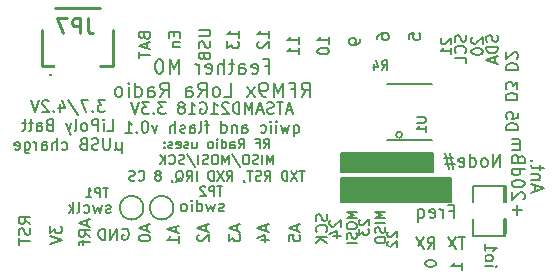
<source format=gbo>
G04 #@! TF.GenerationSoftware,KiCad,Pcbnew,5.0.2-bee76a0~70~ubuntu18.04.1*
G04 #@! TF.CreationDate,2019-01-10T21:18:08-06:00*
G04 #@! TF.ProjectId,Adafruit Feather M0 RFMxx,41646166-7275-4697-9420-466561746865,rev?*
G04 #@! TF.SameCoordinates,Original*
G04 #@! TF.FileFunction,Legend,Bot*
G04 #@! TF.FilePolarity,Positive*
%FSLAX46Y46*%
G04 Gerber Fmt 4.6, Leading zero omitted, Abs format (unit mm)*
G04 Created by KiCad (PCBNEW 5.0.2-bee76a0~70~ubuntu18.04.1) date Thu 10 Jan 2019 09:18:08 PM CST*
%MOMM*%
%LPD*%
G01*
G04 APERTURE LIST*
%ADD10C,0.150000*%
%ADD11C,0.152400*%
%ADD12C,0.165100*%
%ADD13C,0.121920*%
%ADD14C,0.160020*%
%ADD15C,0.203200*%
%ADD16C,0.254000*%
%ADD17C,0.138988*%
%ADD18C,0.182880*%
%ADD19C,2.601600*%
%ADD20C,3.301600*%
%ADD21C,1.301600*%
%ADD22R,2.601600X2.601600*%
%ADD23C,0.802000*%
%ADD24C,1.778000*%
%ADD25C,0.100000*%
%ADD26C,1.601600*%
%ADD27R,0.901600X1.101600*%
%ADD28R,2.301600X1.151600*%
%ADD29R,0.702000X1.652000*%
%ADD30R,1.302000X1.902000*%
%ADD31R,1.201600X1.101600*%
%ADD32R,2.301600X0.701600*%
G04 APERTURE END LIST*
D10*
G36*
X163957000Y-106426000D02*
X156210000Y-106426000D01*
X156210000Y-108077000D01*
X163957000Y-108077000D01*
X163957000Y-106426000D01*
G37*
X163957000Y-106426000D02*
X156210000Y-106426000D01*
X156210000Y-108077000D01*
X163957000Y-108077000D01*
X163957000Y-106426000D01*
G36*
X165481000Y-108585000D02*
X156210000Y-108585000D01*
X156210000Y-110617000D01*
X165481000Y-110617000D01*
X165481000Y-108585000D01*
G37*
X165481000Y-108585000D02*
X156210000Y-108585000D01*
X156210000Y-110617000D01*
X165481000Y-110617000D01*
X165481000Y-108585000D01*
D11*
X136175447Y-102011238D02*
X135577942Y-102011238D01*
X135899676Y-102378933D01*
X135761790Y-102378933D01*
X135669866Y-102424895D01*
X135623904Y-102470857D01*
X135577942Y-102562780D01*
X135577942Y-102792590D01*
X135623904Y-102884514D01*
X135669866Y-102930476D01*
X135761790Y-102976438D01*
X136037561Y-102976438D01*
X136129485Y-102930476D01*
X136175447Y-102884514D01*
X135164285Y-102884514D02*
X135118323Y-102930476D01*
X135164285Y-102976438D01*
X135210247Y-102930476D01*
X135164285Y-102884514D01*
X135164285Y-102976438D01*
X134796590Y-102011238D02*
X134153123Y-102011238D01*
X134566780Y-102976438D01*
X133096000Y-101965276D02*
X133923314Y-103206247D01*
X132360609Y-102332971D02*
X132360609Y-102976438D01*
X132590419Y-101965276D02*
X132820228Y-102654704D01*
X132222723Y-102654704D01*
X131855028Y-102884514D02*
X131809066Y-102930476D01*
X131855028Y-102976438D01*
X131900990Y-102930476D01*
X131855028Y-102884514D01*
X131855028Y-102976438D01*
X131441371Y-102103161D02*
X131395409Y-102057200D01*
X131303485Y-102011238D01*
X131073676Y-102011238D01*
X130981752Y-102057200D01*
X130935790Y-102103161D01*
X130889828Y-102195085D01*
X130889828Y-102287009D01*
X130935790Y-102424895D01*
X131487333Y-102976438D01*
X130889828Y-102976438D01*
X130614057Y-102011238D02*
X130292323Y-102976438D01*
X129970590Y-102011238D01*
X136405257Y-104576638D02*
X136864876Y-104576638D01*
X136864876Y-103611438D01*
X136083523Y-104576638D02*
X136083523Y-103933171D01*
X136083523Y-103611438D02*
X136129485Y-103657400D01*
X136083523Y-103703361D01*
X136037561Y-103657400D01*
X136083523Y-103611438D01*
X136083523Y-103703361D01*
X135623904Y-104576638D02*
X135623904Y-103611438D01*
X135256209Y-103611438D01*
X135164285Y-103657400D01*
X135118323Y-103703361D01*
X135072361Y-103795285D01*
X135072361Y-103933171D01*
X135118323Y-104025095D01*
X135164285Y-104071057D01*
X135256209Y-104117019D01*
X135623904Y-104117019D01*
X134520819Y-104576638D02*
X134612742Y-104530676D01*
X134658704Y-104484714D01*
X134704666Y-104392790D01*
X134704666Y-104117019D01*
X134658704Y-104025095D01*
X134612742Y-103979133D01*
X134520819Y-103933171D01*
X134382933Y-103933171D01*
X134291009Y-103979133D01*
X134245047Y-104025095D01*
X134199085Y-104117019D01*
X134199085Y-104392790D01*
X134245047Y-104484714D01*
X134291009Y-104530676D01*
X134382933Y-104576638D01*
X134520819Y-104576638D01*
X133647542Y-104576638D02*
X133739466Y-104530676D01*
X133785428Y-104438752D01*
X133785428Y-103611438D01*
X133371771Y-103933171D02*
X133141961Y-104576638D01*
X132912152Y-103933171D02*
X133141961Y-104576638D01*
X133233885Y-104806447D01*
X133279847Y-104852409D01*
X133371771Y-104898371D01*
X131487333Y-104071057D02*
X131349447Y-104117019D01*
X131303485Y-104162980D01*
X131257523Y-104254904D01*
X131257523Y-104392790D01*
X131303485Y-104484714D01*
X131349447Y-104530676D01*
X131441371Y-104576638D01*
X131809066Y-104576638D01*
X131809066Y-103611438D01*
X131487333Y-103611438D01*
X131395409Y-103657400D01*
X131349447Y-103703361D01*
X131303485Y-103795285D01*
X131303485Y-103887209D01*
X131349447Y-103979133D01*
X131395409Y-104025095D01*
X131487333Y-104071057D01*
X131809066Y-104071057D01*
X130430209Y-104576638D02*
X130430209Y-104071057D01*
X130476171Y-103979133D01*
X130568095Y-103933171D01*
X130751942Y-103933171D01*
X130843866Y-103979133D01*
X130430209Y-104530676D02*
X130522133Y-104576638D01*
X130751942Y-104576638D01*
X130843866Y-104530676D01*
X130889828Y-104438752D01*
X130889828Y-104346828D01*
X130843866Y-104254904D01*
X130751942Y-104208942D01*
X130522133Y-104208942D01*
X130430209Y-104162980D01*
X130108476Y-103933171D02*
X129740780Y-103933171D01*
X129970590Y-103611438D02*
X129970590Y-104438752D01*
X129924628Y-104530676D01*
X129832704Y-104576638D01*
X129740780Y-104576638D01*
X129556933Y-103933171D02*
X129189238Y-103933171D01*
X129419047Y-103611438D02*
X129419047Y-104438752D01*
X129373085Y-104530676D01*
X129281161Y-104576638D01*
X129189238Y-104576638D01*
X137623247Y-105533371D02*
X137623247Y-106498571D01*
X137163628Y-106038952D02*
X137117666Y-106130876D01*
X137025742Y-106176838D01*
X137623247Y-106038952D02*
X137577285Y-106130876D01*
X137485361Y-106176838D01*
X137301514Y-106176838D01*
X137209590Y-106130876D01*
X137163628Y-106038952D01*
X137163628Y-105533371D01*
X136612085Y-105211638D02*
X136612085Y-105992990D01*
X136566123Y-106084914D01*
X136520161Y-106130876D01*
X136428238Y-106176838D01*
X136244390Y-106176838D01*
X136152466Y-106130876D01*
X136106504Y-106084914D01*
X136060542Y-105992990D01*
X136060542Y-105211638D01*
X135646885Y-106130876D02*
X135509000Y-106176838D01*
X135279190Y-106176838D01*
X135187266Y-106130876D01*
X135141304Y-106084914D01*
X135095342Y-105992990D01*
X135095342Y-105901066D01*
X135141304Y-105809142D01*
X135187266Y-105763180D01*
X135279190Y-105717219D01*
X135463038Y-105671257D01*
X135554961Y-105625295D01*
X135600923Y-105579333D01*
X135646885Y-105487409D01*
X135646885Y-105395485D01*
X135600923Y-105303561D01*
X135554961Y-105257600D01*
X135463038Y-105211638D01*
X135233228Y-105211638D01*
X135095342Y-105257600D01*
X134359952Y-105671257D02*
X134222066Y-105717219D01*
X134176104Y-105763180D01*
X134130142Y-105855104D01*
X134130142Y-105992990D01*
X134176104Y-106084914D01*
X134222066Y-106130876D01*
X134313990Y-106176838D01*
X134681685Y-106176838D01*
X134681685Y-105211638D01*
X134359952Y-105211638D01*
X134268028Y-105257600D01*
X134222066Y-105303561D01*
X134176104Y-105395485D01*
X134176104Y-105487409D01*
X134222066Y-105579333D01*
X134268028Y-105625295D01*
X134359952Y-105671257D01*
X134681685Y-105671257D01*
X132567438Y-106130876D02*
X132659361Y-106176838D01*
X132843209Y-106176838D01*
X132935133Y-106130876D01*
X132981095Y-106084914D01*
X133027057Y-105992990D01*
X133027057Y-105717219D01*
X132981095Y-105625295D01*
X132935133Y-105579333D01*
X132843209Y-105533371D01*
X132659361Y-105533371D01*
X132567438Y-105579333D01*
X132153780Y-106176838D02*
X132153780Y-105211638D01*
X131740123Y-106176838D02*
X131740123Y-105671257D01*
X131786085Y-105579333D01*
X131878009Y-105533371D01*
X132015895Y-105533371D01*
X132107819Y-105579333D01*
X132153780Y-105625295D01*
X130866847Y-106176838D02*
X130866847Y-105671257D01*
X130912809Y-105579333D01*
X131004733Y-105533371D01*
X131188580Y-105533371D01*
X131280504Y-105579333D01*
X130866847Y-106130876D02*
X130958771Y-106176838D01*
X131188580Y-106176838D01*
X131280504Y-106130876D01*
X131326466Y-106038952D01*
X131326466Y-105947028D01*
X131280504Y-105855104D01*
X131188580Y-105809142D01*
X130958771Y-105809142D01*
X130866847Y-105763180D01*
X130407228Y-106176838D02*
X130407228Y-105533371D01*
X130407228Y-105717219D02*
X130361266Y-105625295D01*
X130315304Y-105579333D01*
X130223380Y-105533371D01*
X130131457Y-105533371D01*
X129396066Y-105533371D02*
X129396066Y-106314723D01*
X129442028Y-106406647D01*
X129487990Y-106452609D01*
X129579914Y-106498571D01*
X129717800Y-106498571D01*
X129809723Y-106452609D01*
X129396066Y-106130876D02*
X129487990Y-106176838D01*
X129671838Y-106176838D01*
X129763761Y-106130876D01*
X129809723Y-106084914D01*
X129855685Y-105992990D01*
X129855685Y-105717219D01*
X129809723Y-105625295D01*
X129763761Y-105579333D01*
X129671838Y-105533371D01*
X129487990Y-105533371D01*
X129396066Y-105579333D01*
X128568752Y-106130876D02*
X128660676Y-106176838D01*
X128844523Y-106176838D01*
X128936447Y-106130876D01*
X128982409Y-106038952D01*
X128982409Y-105671257D01*
X128936447Y-105579333D01*
X128844523Y-105533371D01*
X128660676Y-105533371D01*
X128568752Y-105579333D01*
X128522790Y-105671257D01*
X128522790Y-105763180D01*
X128982409Y-105855104D01*
D12*
X149721207Y-99103996D02*
X150123373Y-99103996D01*
X150123373Y-99735972D02*
X150123373Y-98529472D01*
X149548850Y-98529472D01*
X148629611Y-99678520D02*
X148744516Y-99735972D01*
X148974326Y-99735972D01*
X149089230Y-99678520D01*
X149146683Y-99563615D01*
X149146683Y-99103996D01*
X149089230Y-98989091D01*
X148974326Y-98931639D01*
X148744516Y-98931639D01*
X148629611Y-98989091D01*
X148572159Y-99103996D01*
X148572159Y-99218901D01*
X149146683Y-99333805D01*
X147538016Y-99735972D02*
X147538016Y-99103996D01*
X147595469Y-98989091D01*
X147710373Y-98931639D01*
X147940183Y-98931639D01*
X148055088Y-98989091D01*
X147538016Y-99678520D02*
X147652921Y-99735972D01*
X147940183Y-99735972D01*
X148055088Y-99678520D01*
X148112540Y-99563615D01*
X148112540Y-99448710D01*
X148055088Y-99333805D01*
X147940183Y-99276353D01*
X147652921Y-99276353D01*
X147538016Y-99218901D01*
X147135850Y-98931639D02*
X146676230Y-98931639D01*
X146963492Y-98529472D02*
X146963492Y-99563615D01*
X146906040Y-99678520D01*
X146791135Y-99735972D01*
X146676230Y-99735972D01*
X146274064Y-99735972D02*
X146274064Y-98529472D01*
X145756992Y-99735972D02*
X145756992Y-99103996D01*
X145814445Y-98989091D01*
X145929350Y-98931639D01*
X146101707Y-98931639D01*
X146216611Y-98989091D01*
X146274064Y-99046544D01*
X144722850Y-99678520D02*
X144837754Y-99735972D01*
X145067564Y-99735972D01*
X145182469Y-99678520D01*
X145239921Y-99563615D01*
X145239921Y-99103996D01*
X145182469Y-98989091D01*
X145067564Y-98931639D01*
X144837754Y-98931639D01*
X144722850Y-98989091D01*
X144665397Y-99103996D01*
X144665397Y-99218901D01*
X145239921Y-99333805D01*
X144148326Y-99735972D02*
X144148326Y-98931639D01*
X144148326Y-99161448D02*
X144090873Y-99046544D01*
X144033421Y-98989091D01*
X143918516Y-98931639D01*
X143803611Y-98931639D01*
X142482207Y-99735972D02*
X142482207Y-98529472D01*
X142080040Y-99391258D01*
X141677873Y-98529472D01*
X141677873Y-99735972D01*
X140873540Y-98529472D02*
X140758635Y-98529472D01*
X140643730Y-98586925D01*
X140586278Y-98644377D01*
X140528826Y-98759282D01*
X140471373Y-98989091D01*
X140471373Y-99276353D01*
X140528826Y-99506163D01*
X140586278Y-99621067D01*
X140643730Y-99678520D01*
X140758635Y-99735972D01*
X140873540Y-99735972D01*
X140988445Y-99678520D01*
X141045897Y-99621067D01*
X141103350Y-99506163D01*
X141160802Y-99276353D01*
X141160802Y-98989091D01*
X141103350Y-98759282D01*
X141045897Y-98644377D01*
X140988445Y-98586925D01*
X140873540Y-98529472D01*
X152852361Y-101710822D02*
X153254528Y-101136298D01*
X153541790Y-101710822D02*
X153541790Y-100504322D01*
X153082171Y-100504322D01*
X152967266Y-100561775D01*
X152909814Y-100619227D01*
X152852361Y-100734132D01*
X152852361Y-100906489D01*
X152909814Y-101021394D01*
X152967266Y-101078846D01*
X153082171Y-101136298D01*
X153541790Y-101136298D01*
X151933123Y-101078846D02*
X152335290Y-101078846D01*
X152335290Y-101710822D02*
X152335290Y-100504322D01*
X151760766Y-100504322D01*
X151301147Y-101710822D02*
X151301147Y-100504322D01*
X150898980Y-101366108D01*
X150496814Y-100504322D01*
X150496814Y-101710822D01*
X149864838Y-101710822D02*
X149635028Y-101710822D01*
X149520123Y-101653370D01*
X149462671Y-101595917D01*
X149347766Y-101423560D01*
X149290314Y-101193751D01*
X149290314Y-100734132D01*
X149347766Y-100619227D01*
X149405219Y-100561775D01*
X149520123Y-100504322D01*
X149749933Y-100504322D01*
X149864838Y-100561775D01*
X149922290Y-100619227D01*
X149979742Y-100734132D01*
X149979742Y-101021394D01*
X149922290Y-101136298D01*
X149864838Y-101193751D01*
X149749933Y-101251203D01*
X149520123Y-101251203D01*
X149405219Y-101193751D01*
X149347766Y-101136298D01*
X149290314Y-101021394D01*
X148888147Y-101710822D02*
X148256171Y-100906489D01*
X148888147Y-100906489D02*
X148256171Y-101710822D01*
X146302790Y-101710822D02*
X146877314Y-101710822D01*
X146877314Y-100504322D01*
X145728266Y-101710822D02*
X145843171Y-101653370D01*
X145900623Y-101595917D01*
X145958076Y-101481013D01*
X145958076Y-101136298D01*
X145900623Y-101021394D01*
X145843171Y-100963941D01*
X145728266Y-100906489D01*
X145555909Y-100906489D01*
X145441004Y-100963941D01*
X145383552Y-101021394D01*
X145326100Y-101136298D01*
X145326100Y-101481013D01*
X145383552Y-101595917D01*
X145441004Y-101653370D01*
X145555909Y-101710822D01*
X145728266Y-101710822D01*
X144119600Y-101710822D02*
X144521766Y-101136298D01*
X144809028Y-101710822D02*
X144809028Y-100504322D01*
X144349409Y-100504322D01*
X144234504Y-100561775D01*
X144177052Y-100619227D01*
X144119600Y-100734132D01*
X144119600Y-100906489D01*
X144177052Y-101021394D01*
X144234504Y-101078846D01*
X144349409Y-101136298D01*
X144809028Y-101136298D01*
X143085457Y-101710822D02*
X143085457Y-101078846D01*
X143142909Y-100963941D01*
X143257814Y-100906489D01*
X143487623Y-100906489D01*
X143602528Y-100963941D01*
X143085457Y-101653370D02*
X143200361Y-101710822D01*
X143487623Y-101710822D01*
X143602528Y-101653370D01*
X143659980Y-101538465D01*
X143659980Y-101423560D01*
X143602528Y-101308655D01*
X143487623Y-101251203D01*
X143200361Y-101251203D01*
X143085457Y-101193751D01*
X140902266Y-101710822D02*
X141304433Y-101136298D01*
X141591695Y-101710822D02*
X141591695Y-100504322D01*
X141132076Y-100504322D01*
X141017171Y-100561775D01*
X140959719Y-100619227D01*
X140902266Y-100734132D01*
X140902266Y-100906489D01*
X140959719Y-101021394D01*
X141017171Y-101078846D01*
X141132076Y-101136298D01*
X141591695Y-101136298D01*
X139868123Y-101710822D02*
X139868123Y-101078846D01*
X139925576Y-100963941D01*
X140040480Y-100906489D01*
X140270290Y-100906489D01*
X140385195Y-100963941D01*
X139868123Y-101653370D02*
X139983028Y-101710822D01*
X140270290Y-101710822D01*
X140385195Y-101653370D01*
X140442647Y-101538465D01*
X140442647Y-101423560D01*
X140385195Y-101308655D01*
X140270290Y-101251203D01*
X139983028Y-101251203D01*
X139868123Y-101193751D01*
X138776528Y-101710822D02*
X138776528Y-100504322D01*
X138776528Y-101653370D02*
X138891433Y-101710822D01*
X139121242Y-101710822D01*
X139236147Y-101653370D01*
X139293600Y-101595917D01*
X139351052Y-101481013D01*
X139351052Y-101136298D01*
X139293600Y-101021394D01*
X139236147Y-100963941D01*
X139121242Y-100906489D01*
X138891433Y-100906489D01*
X138776528Y-100963941D01*
X138202004Y-101710822D02*
X138202004Y-100906489D01*
X138202004Y-100504322D02*
X138259457Y-100561775D01*
X138202004Y-100619227D01*
X138144552Y-100561775D01*
X138202004Y-100504322D01*
X138202004Y-100619227D01*
X137455123Y-101710822D02*
X137570028Y-101653370D01*
X137627480Y-101595917D01*
X137684933Y-101481013D01*
X137684933Y-101136298D01*
X137627480Y-101021394D01*
X137570028Y-100963941D01*
X137455123Y-100906489D01*
X137282766Y-100906489D01*
X137167861Y-100963941D01*
X137110409Y-101021394D01*
X137052957Y-101136298D01*
X137052957Y-101481013D01*
X137110409Y-101595917D01*
X137167861Y-101653370D01*
X137282766Y-101710822D01*
X137455123Y-101710822D01*
D11*
X152044400Y-102865766D02*
X151584780Y-102865766D01*
X152136323Y-103141538D02*
X151814590Y-102176338D01*
X151492857Y-103141538D01*
X151309009Y-102176338D02*
X150757466Y-102176338D01*
X151033238Y-103141538D02*
X151033238Y-102176338D01*
X150481695Y-103095576D02*
X150343809Y-103141538D01*
X150114000Y-103141538D01*
X150022076Y-103095576D01*
X149976114Y-103049614D01*
X149930152Y-102957690D01*
X149930152Y-102865766D01*
X149976114Y-102773842D01*
X150022076Y-102727880D01*
X150114000Y-102681919D01*
X150297847Y-102635957D01*
X150389771Y-102589995D01*
X150435733Y-102544033D01*
X150481695Y-102452109D01*
X150481695Y-102360185D01*
X150435733Y-102268261D01*
X150389771Y-102222300D01*
X150297847Y-102176338D01*
X150068038Y-102176338D01*
X149930152Y-102222300D01*
X149562457Y-102865766D02*
X149102838Y-102865766D01*
X149654380Y-103141538D02*
X149332647Y-102176338D01*
X149010914Y-103141538D01*
X148689180Y-103141538D02*
X148689180Y-102176338D01*
X148367447Y-102865766D01*
X148045714Y-102176338D01*
X148045714Y-103141538D01*
X147586095Y-103141538D02*
X147586095Y-102176338D01*
X147356285Y-102176338D01*
X147218400Y-102222300D01*
X147126476Y-102314223D01*
X147080514Y-102406147D01*
X147034552Y-102589995D01*
X147034552Y-102727880D01*
X147080514Y-102911728D01*
X147126476Y-103003652D01*
X147218400Y-103095576D01*
X147356285Y-103141538D01*
X147586095Y-103141538D01*
X146666857Y-102268261D02*
X146620895Y-102222300D01*
X146528971Y-102176338D01*
X146299161Y-102176338D01*
X146207238Y-102222300D01*
X146161276Y-102268261D01*
X146115314Y-102360185D01*
X146115314Y-102452109D01*
X146161276Y-102589995D01*
X146712819Y-103141538D01*
X146115314Y-103141538D01*
X145196076Y-103141538D02*
X145747619Y-103141538D01*
X145471847Y-103141538D02*
X145471847Y-102176338D01*
X145563771Y-102314223D01*
X145655695Y-102406147D01*
X145747619Y-102452109D01*
X144276838Y-102222300D02*
X144368761Y-102176338D01*
X144506647Y-102176338D01*
X144644533Y-102222300D01*
X144736457Y-102314223D01*
X144782419Y-102406147D01*
X144828380Y-102589995D01*
X144828380Y-102727880D01*
X144782419Y-102911728D01*
X144736457Y-103003652D01*
X144644533Y-103095576D01*
X144506647Y-103141538D01*
X144414723Y-103141538D01*
X144276838Y-103095576D01*
X144230876Y-103049614D01*
X144230876Y-102727880D01*
X144414723Y-102727880D01*
X143311638Y-103141538D02*
X143863180Y-103141538D01*
X143587409Y-103141538D02*
X143587409Y-102176338D01*
X143679333Y-102314223D01*
X143771257Y-102406147D01*
X143863180Y-102452109D01*
X142760095Y-102589995D02*
X142852019Y-102544033D01*
X142897980Y-102498071D01*
X142943942Y-102406147D01*
X142943942Y-102360185D01*
X142897980Y-102268261D01*
X142852019Y-102222300D01*
X142760095Y-102176338D01*
X142576247Y-102176338D01*
X142484323Y-102222300D01*
X142438361Y-102268261D01*
X142392400Y-102360185D01*
X142392400Y-102406147D01*
X142438361Y-102498071D01*
X142484323Y-102544033D01*
X142576247Y-102589995D01*
X142760095Y-102589995D01*
X142852019Y-102635957D01*
X142897980Y-102681919D01*
X142943942Y-102773842D01*
X142943942Y-102957690D01*
X142897980Y-103049614D01*
X142852019Y-103095576D01*
X142760095Y-103141538D01*
X142576247Y-103141538D01*
X142484323Y-103095576D01*
X142438361Y-103049614D01*
X142392400Y-102957690D01*
X142392400Y-102773842D01*
X142438361Y-102681919D01*
X142484323Y-102635957D01*
X142576247Y-102589995D01*
X141335276Y-102176338D02*
X140737771Y-102176338D01*
X141059504Y-102544033D01*
X140921619Y-102544033D01*
X140829695Y-102589995D01*
X140783733Y-102635957D01*
X140737771Y-102727880D01*
X140737771Y-102957690D01*
X140783733Y-103049614D01*
X140829695Y-103095576D01*
X140921619Y-103141538D01*
X141197390Y-103141538D01*
X141289314Y-103095576D01*
X141335276Y-103049614D01*
X140324114Y-103049614D02*
X140278152Y-103095576D01*
X140324114Y-103141538D01*
X140370076Y-103095576D01*
X140324114Y-103049614D01*
X140324114Y-103141538D01*
X139956419Y-102176338D02*
X139358914Y-102176338D01*
X139680647Y-102544033D01*
X139542761Y-102544033D01*
X139450838Y-102589995D01*
X139404876Y-102635957D01*
X139358914Y-102727880D01*
X139358914Y-102957690D01*
X139404876Y-103049614D01*
X139450838Y-103095576D01*
X139542761Y-103141538D01*
X139818533Y-103141538D01*
X139910457Y-103095576D01*
X139956419Y-103049614D01*
X139083142Y-102176338D02*
X138761409Y-103141538D01*
X138439676Y-102176338D01*
X152182285Y-104098271D02*
X152182285Y-105063471D01*
X152182285Y-104695776D02*
X152274209Y-104741738D01*
X152458057Y-104741738D01*
X152549980Y-104695776D01*
X152595942Y-104649814D01*
X152641904Y-104557890D01*
X152641904Y-104282119D01*
X152595942Y-104190195D01*
X152549980Y-104144233D01*
X152458057Y-104098271D01*
X152274209Y-104098271D01*
X152182285Y-104144233D01*
X151814590Y-104098271D02*
X151630742Y-104741738D01*
X151446895Y-104282119D01*
X151263047Y-104741738D01*
X151079200Y-104098271D01*
X150711504Y-104741738D02*
X150711504Y-104098271D01*
X150711504Y-103776538D02*
X150757466Y-103822500D01*
X150711504Y-103868461D01*
X150665542Y-103822500D01*
X150711504Y-103776538D01*
X150711504Y-103868461D01*
X150251885Y-104741738D02*
X150251885Y-104098271D01*
X150251885Y-103776538D02*
X150297847Y-103822500D01*
X150251885Y-103868461D01*
X150205923Y-103822500D01*
X150251885Y-103776538D01*
X150251885Y-103868461D01*
X149378609Y-104695776D02*
X149470533Y-104741738D01*
X149654380Y-104741738D01*
X149746304Y-104695776D01*
X149792266Y-104649814D01*
X149838228Y-104557890D01*
X149838228Y-104282119D01*
X149792266Y-104190195D01*
X149746304Y-104144233D01*
X149654380Y-104098271D01*
X149470533Y-104098271D01*
X149378609Y-104144233D01*
X147815904Y-104741738D02*
X147815904Y-104236157D01*
X147861866Y-104144233D01*
X147953790Y-104098271D01*
X148137638Y-104098271D01*
X148229561Y-104144233D01*
X147815904Y-104695776D02*
X147907828Y-104741738D01*
X148137638Y-104741738D01*
X148229561Y-104695776D01*
X148275523Y-104603852D01*
X148275523Y-104511928D01*
X148229561Y-104420004D01*
X148137638Y-104374042D01*
X147907828Y-104374042D01*
X147815904Y-104328080D01*
X147356285Y-104098271D02*
X147356285Y-104741738D01*
X147356285Y-104190195D02*
X147310323Y-104144233D01*
X147218400Y-104098271D01*
X147080514Y-104098271D01*
X146988590Y-104144233D01*
X146942628Y-104236157D01*
X146942628Y-104741738D01*
X146069352Y-104741738D02*
X146069352Y-103776538D01*
X146069352Y-104695776D02*
X146161276Y-104741738D01*
X146345123Y-104741738D01*
X146437047Y-104695776D01*
X146483009Y-104649814D01*
X146528971Y-104557890D01*
X146528971Y-104282119D01*
X146483009Y-104190195D01*
X146437047Y-104144233D01*
X146345123Y-104098271D01*
X146161276Y-104098271D01*
X146069352Y-104144233D01*
X145012228Y-104098271D02*
X144644533Y-104098271D01*
X144874342Y-104741738D02*
X144874342Y-103914423D01*
X144828380Y-103822500D01*
X144736457Y-103776538D01*
X144644533Y-103776538D01*
X144184914Y-104741738D02*
X144276838Y-104695776D01*
X144322800Y-104603852D01*
X144322800Y-103776538D01*
X143403561Y-104741738D02*
X143403561Y-104236157D01*
X143449523Y-104144233D01*
X143541447Y-104098271D01*
X143725295Y-104098271D01*
X143817219Y-104144233D01*
X143403561Y-104695776D02*
X143495485Y-104741738D01*
X143725295Y-104741738D01*
X143817219Y-104695776D01*
X143863180Y-104603852D01*
X143863180Y-104511928D01*
X143817219Y-104420004D01*
X143725295Y-104374042D01*
X143495485Y-104374042D01*
X143403561Y-104328080D01*
X142989904Y-104695776D02*
X142897980Y-104741738D01*
X142714133Y-104741738D01*
X142622209Y-104695776D01*
X142576247Y-104603852D01*
X142576247Y-104557890D01*
X142622209Y-104465966D01*
X142714133Y-104420004D01*
X142852019Y-104420004D01*
X142943942Y-104374042D01*
X142989904Y-104282119D01*
X142989904Y-104236157D01*
X142943942Y-104144233D01*
X142852019Y-104098271D01*
X142714133Y-104098271D01*
X142622209Y-104144233D01*
X142162590Y-104741738D02*
X142162590Y-103776538D01*
X141748933Y-104741738D02*
X141748933Y-104236157D01*
X141794895Y-104144233D01*
X141886819Y-104098271D01*
X142024704Y-104098271D01*
X142116628Y-104144233D01*
X142162590Y-104190195D01*
X140645847Y-104098271D02*
X140416038Y-104741738D01*
X140186228Y-104098271D01*
X139634685Y-103776538D02*
X139542761Y-103776538D01*
X139450838Y-103822500D01*
X139404876Y-103868461D01*
X139358914Y-103960385D01*
X139312952Y-104144233D01*
X139312952Y-104374042D01*
X139358914Y-104557890D01*
X139404876Y-104649814D01*
X139450838Y-104695776D01*
X139542761Y-104741738D01*
X139634685Y-104741738D01*
X139726609Y-104695776D01*
X139772571Y-104649814D01*
X139818533Y-104557890D01*
X139864495Y-104374042D01*
X139864495Y-104144233D01*
X139818533Y-103960385D01*
X139772571Y-103868461D01*
X139726609Y-103822500D01*
X139634685Y-103776538D01*
X138899295Y-104649814D02*
X138853333Y-104695776D01*
X138899295Y-104741738D01*
X138945257Y-104695776D01*
X138899295Y-104649814D01*
X138899295Y-104741738D01*
X137934095Y-104741738D02*
X138485638Y-104741738D01*
X138209866Y-104741738D02*
X138209866Y-103776538D01*
X138301790Y-103914423D01*
X138393714Y-104006347D01*
X138485638Y-104052309D01*
X144162538Y-96038609D02*
X144943890Y-96038609D01*
X145035814Y-96084571D01*
X145081776Y-96130533D01*
X145127738Y-96222457D01*
X145127738Y-96406304D01*
X145081776Y-96498228D01*
X145035814Y-96544190D01*
X144943890Y-96590152D01*
X144162538Y-96590152D01*
X145081776Y-97003809D02*
X145127738Y-97141695D01*
X145127738Y-97371504D01*
X145081776Y-97463428D01*
X145035814Y-97509390D01*
X144943890Y-97555352D01*
X144851966Y-97555352D01*
X144760042Y-97509390D01*
X144714080Y-97463428D01*
X144668119Y-97371504D01*
X144622157Y-97187657D01*
X144576195Y-97095733D01*
X144530233Y-97049771D01*
X144438309Y-97003809D01*
X144346385Y-97003809D01*
X144254461Y-97049771D01*
X144208500Y-97095733D01*
X144162538Y-97187657D01*
X144162538Y-97417466D01*
X144208500Y-97555352D01*
X144622157Y-98290742D02*
X144668119Y-98428628D01*
X144714080Y-98474590D01*
X144806004Y-98520552D01*
X144943890Y-98520552D01*
X145035814Y-98474590D01*
X145081776Y-98428628D01*
X145127738Y-98336704D01*
X145127738Y-97969009D01*
X144162538Y-97969009D01*
X144162538Y-98290742D01*
X144208500Y-98382666D01*
X144254461Y-98428628D01*
X144346385Y-98474590D01*
X144438309Y-98474590D01*
X144530233Y-98428628D01*
X144576195Y-98382666D01*
X144622157Y-98290742D01*
X144622157Y-97969009D01*
X147540738Y-96691752D02*
X147540738Y-96140209D01*
X147540738Y-96415980D02*
X146575538Y-96415980D01*
X146713423Y-96324057D01*
X146805347Y-96232133D01*
X146851309Y-96140209D01*
X146575538Y-97013485D02*
X146575538Y-97610990D01*
X146943233Y-97289257D01*
X146943233Y-97427142D01*
X146989195Y-97519066D01*
X147035157Y-97565028D01*
X147127080Y-97610990D01*
X147356890Y-97610990D01*
X147448814Y-97565028D01*
X147494776Y-97519066D01*
X147540738Y-97427142D01*
X147540738Y-97151371D01*
X147494776Y-97059447D01*
X147448814Y-97013485D01*
X161942538Y-96851409D02*
X161942538Y-96391790D01*
X162402157Y-96345828D01*
X162356195Y-96391790D01*
X162310233Y-96483714D01*
X162310233Y-96713523D01*
X162356195Y-96805447D01*
X162402157Y-96851409D01*
X162494080Y-96897371D01*
X162723890Y-96897371D01*
X162815814Y-96851409D01*
X162861776Y-96805447D01*
X162907738Y-96713523D01*
X162907738Y-96483714D01*
X162861776Y-96391790D01*
X162815814Y-96345828D01*
X152620738Y-97199752D02*
X152620738Y-96648209D01*
X152620738Y-96923980D02*
X151655538Y-96923980D01*
X151793423Y-96832057D01*
X151885347Y-96740133D01*
X151931309Y-96648209D01*
X152620738Y-98118990D02*
X152620738Y-97567447D01*
X152620738Y-97843219D02*
X151655538Y-97843219D01*
X151793423Y-97751295D01*
X151885347Y-97659371D01*
X151931309Y-97567447D01*
X155160738Y-97199752D02*
X155160738Y-96648209D01*
X155160738Y-96923980D02*
X154195538Y-96923980D01*
X154333423Y-96832057D01*
X154425347Y-96740133D01*
X154471309Y-96648209D01*
X154195538Y-97797257D02*
X154195538Y-97889180D01*
X154241500Y-97981104D01*
X154287461Y-98027066D01*
X154379385Y-98073028D01*
X154563233Y-98118990D01*
X154793042Y-98118990D01*
X154976890Y-98073028D01*
X155068814Y-98027066D01*
X155114776Y-97981104D01*
X155160738Y-97889180D01*
X155160738Y-97797257D01*
X155114776Y-97705333D01*
X155068814Y-97659371D01*
X154976890Y-97613409D01*
X154793042Y-97567447D01*
X154563233Y-97567447D01*
X154379385Y-97613409D01*
X154287461Y-97659371D01*
X154241500Y-97705333D01*
X154195538Y-97797257D01*
X157827738Y-96818752D02*
X157827738Y-97002600D01*
X157781776Y-97094523D01*
X157735814Y-97140485D01*
X157597928Y-97232409D01*
X157414080Y-97278371D01*
X157046385Y-97278371D01*
X156954461Y-97232409D01*
X156908500Y-97186447D01*
X156862538Y-97094523D01*
X156862538Y-96910676D01*
X156908500Y-96818752D01*
X156954461Y-96772790D01*
X157046385Y-96726828D01*
X157276195Y-96726828D01*
X157368119Y-96772790D01*
X157414080Y-96818752D01*
X157460042Y-96910676D01*
X157460042Y-97094523D01*
X157414080Y-97186447D01*
X157368119Y-97232409D01*
X157276195Y-97278371D01*
X166735276Y-96478997D02*
X166781238Y-96616882D01*
X166781238Y-96846692D01*
X166735276Y-96938616D01*
X166689314Y-96984578D01*
X166597390Y-97030540D01*
X166505466Y-97030540D01*
X166413542Y-96984578D01*
X166367580Y-96938616D01*
X166321619Y-96846692D01*
X166275657Y-96662844D01*
X166229695Y-96570920D01*
X166183733Y-96524959D01*
X166091809Y-96478997D01*
X165999885Y-96478997D01*
X165907961Y-96524959D01*
X165862000Y-96570920D01*
X165816038Y-96662844D01*
X165816038Y-96892654D01*
X165862000Y-97030540D01*
X166689314Y-97995740D02*
X166735276Y-97949778D01*
X166781238Y-97811892D01*
X166781238Y-97719968D01*
X166735276Y-97582082D01*
X166643352Y-97490159D01*
X166551428Y-97444197D01*
X166367580Y-97398235D01*
X166229695Y-97398235D01*
X166045847Y-97444197D01*
X165953923Y-97490159D01*
X165862000Y-97582082D01*
X165816038Y-97719968D01*
X165816038Y-97811892D01*
X165862000Y-97949778D01*
X165907961Y-97995740D01*
X166781238Y-98869016D02*
X166781238Y-98409397D01*
X165816038Y-98409397D01*
X169427676Y-96490971D02*
X169473638Y-96628857D01*
X169473638Y-96858666D01*
X169427676Y-96950590D01*
X169381714Y-96996552D01*
X169289790Y-97042514D01*
X169197866Y-97042514D01*
X169105942Y-96996552D01*
X169059980Y-96950590D01*
X169014019Y-96858666D01*
X168968057Y-96674819D01*
X168922095Y-96582895D01*
X168876133Y-96536933D01*
X168784209Y-96490971D01*
X168692285Y-96490971D01*
X168600361Y-96536933D01*
X168554400Y-96582895D01*
X168508438Y-96674819D01*
X168508438Y-96904628D01*
X168554400Y-97042514D01*
X169473638Y-97456171D02*
X168508438Y-97456171D01*
X168508438Y-97685980D01*
X168554400Y-97823866D01*
X168646323Y-97915790D01*
X168738247Y-97961752D01*
X168922095Y-98007714D01*
X169059980Y-98007714D01*
X169243828Y-97961752D01*
X169335752Y-97915790D01*
X169427676Y-97823866D01*
X169473638Y-97685980D01*
X169473638Y-97456171D01*
X169197866Y-98375409D02*
X169197866Y-98835028D01*
X169473638Y-98283485D02*
X168508438Y-98605219D01*
X169473638Y-98926952D01*
X139542157Y-96544190D02*
X139588119Y-96682076D01*
X139634080Y-96728038D01*
X139726004Y-96774000D01*
X139863890Y-96774000D01*
X139955814Y-96728038D01*
X140001776Y-96682076D01*
X140047738Y-96590152D01*
X140047738Y-96222457D01*
X139082538Y-96222457D01*
X139082538Y-96544190D01*
X139128500Y-96636114D01*
X139174461Y-96682076D01*
X139266385Y-96728038D01*
X139358309Y-96728038D01*
X139450233Y-96682076D01*
X139496195Y-96636114D01*
X139542157Y-96544190D01*
X139542157Y-96222457D01*
X139771966Y-97141695D02*
X139771966Y-97601314D01*
X140047738Y-97049771D02*
X139082538Y-97371504D01*
X140047738Y-97693238D01*
X139082538Y-97877085D02*
X139082538Y-98428628D01*
X140047738Y-98152857D02*
X139082538Y-98152857D01*
X150080738Y-96691752D02*
X150080738Y-96140209D01*
X150080738Y-96415980D02*
X149115538Y-96415980D01*
X149253423Y-96324057D01*
X149345347Y-96232133D01*
X149391309Y-96140209D01*
X149207461Y-97059447D02*
X149161500Y-97105409D01*
X149115538Y-97197333D01*
X149115538Y-97427142D01*
X149161500Y-97519066D01*
X149207461Y-97565028D01*
X149299385Y-97610990D01*
X149391309Y-97610990D01*
X149529195Y-97565028D01*
X150080738Y-97013485D01*
X150080738Y-97610990D01*
X159275538Y-96805447D02*
X159275538Y-96621600D01*
X159321500Y-96529676D01*
X159367461Y-96483714D01*
X159505347Y-96391790D01*
X159689195Y-96345828D01*
X160056890Y-96345828D01*
X160148814Y-96391790D01*
X160194776Y-96437752D01*
X160240738Y-96529676D01*
X160240738Y-96713523D01*
X160194776Y-96805447D01*
X160148814Y-96851409D01*
X160056890Y-96897371D01*
X159827080Y-96897371D01*
X159735157Y-96851409D01*
X159689195Y-96805447D01*
X159643233Y-96713523D01*
X159643233Y-96529676D01*
X159689195Y-96437752D01*
X159735157Y-96391790D01*
X159827080Y-96345828D01*
X142082157Y-96232133D02*
X142082157Y-96553866D01*
X142587738Y-96691752D02*
X142587738Y-96232133D01*
X141622538Y-96232133D01*
X141622538Y-96691752D01*
X141944271Y-97105409D02*
X142587738Y-97105409D01*
X142036195Y-97105409D02*
X141990233Y-97151371D01*
X141944271Y-97243295D01*
X141944271Y-97381180D01*
X141990233Y-97473104D01*
X142082157Y-97519066D01*
X142587738Y-97519066D01*
D13*
D11*
X129887738Y-112476038D02*
X129428119Y-112154304D01*
X129887738Y-111924495D02*
X128922538Y-111924495D01*
X128922538Y-112292190D01*
X128968500Y-112384114D01*
X129014461Y-112430076D01*
X129106385Y-112476038D01*
X129244271Y-112476038D01*
X129336195Y-112430076D01*
X129382157Y-112384114D01*
X129428119Y-112292190D01*
X129428119Y-111924495D01*
X129841776Y-112843733D02*
X129887738Y-112981619D01*
X129887738Y-113211428D01*
X129841776Y-113303352D01*
X129795814Y-113349314D01*
X129703890Y-113395276D01*
X129611966Y-113395276D01*
X129520042Y-113349314D01*
X129474080Y-113303352D01*
X129428119Y-113211428D01*
X129382157Y-113027580D01*
X129336195Y-112935657D01*
X129290233Y-112889695D01*
X129198309Y-112843733D01*
X129106385Y-112843733D01*
X129014461Y-112889695D01*
X128968500Y-112935657D01*
X128922538Y-113027580D01*
X128922538Y-113257390D01*
X128968500Y-113395276D01*
X128922538Y-113671047D02*
X128922538Y-114222590D01*
X129887738Y-113946819D02*
X128922538Y-113946819D01*
X134691966Y-112143419D02*
X134691966Y-112603038D01*
X134967738Y-112051495D02*
X134002538Y-112373228D01*
X134967738Y-112694961D01*
X134967738Y-113568238D02*
X134508119Y-113246504D01*
X134967738Y-113016695D02*
X134002538Y-113016695D01*
X134002538Y-113384390D01*
X134048500Y-113476314D01*
X134094461Y-113522276D01*
X134186385Y-113568238D01*
X134324271Y-113568238D01*
X134416195Y-113522276D01*
X134462157Y-113476314D01*
X134508119Y-113384390D01*
X134508119Y-113016695D01*
X134324271Y-113844009D02*
X134324271Y-114211704D01*
X134967738Y-113981895D02*
X134140423Y-113981895D01*
X134048500Y-114027857D01*
X134002538Y-114119780D01*
X134002538Y-114211704D01*
X131589538Y-112650209D02*
X131589538Y-113247714D01*
X131957233Y-112925980D01*
X131957233Y-113063866D01*
X132003195Y-113155790D01*
X132049157Y-113201752D01*
X132141080Y-113247714D01*
X132370890Y-113247714D01*
X132462814Y-113201752D01*
X132508776Y-113155790D01*
X132554738Y-113063866D01*
X132554738Y-112788095D01*
X132508776Y-112696171D01*
X132462814Y-112650209D01*
X131589538Y-113523485D02*
X132554738Y-113845219D01*
X131589538Y-114166952D01*
X152471966Y-112569171D02*
X152471966Y-113028790D01*
X152747738Y-112477247D02*
X151782538Y-112798980D01*
X152747738Y-113120714D01*
X151782538Y-113902066D02*
X151782538Y-113442447D01*
X152242157Y-113396485D01*
X152196195Y-113442447D01*
X152150233Y-113534371D01*
X152150233Y-113764180D01*
X152196195Y-113856104D01*
X152242157Y-113902066D01*
X152334080Y-113948028D01*
X152563890Y-113948028D01*
X152655814Y-113902066D01*
X152701776Y-113856104D01*
X152747738Y-113764180D01*
X152747738Y-113534371D01*
X152701776Y-113442447D01*
X152655814Y-113396485D01*
X149804966Y-112569171D02*
X149804966Y-113028790D01*
X150080738Y-112477247D02*
X149115538Y-112798980D01*
X150080738Y-113120714D01*
X149437271Y-113856104D02*
X150080738Y-113856104D01*
X149069576Y-113626295D02*
X149759004Y-113396485D01*
X149759004Y-113993990D01*
X147391966Y-112569171D02*
X147391966Y-113028790D01*
X147667738Y-112477247D02*
X146702538Y-112798980D01*
X147667738Y-113120714D01*
X146702538Y-113350523D02*
X146702538Y-113948028D01*
X147070233Y-113626295D01*
X147070233Y-113764180D01*
X147116195Y-113856104D01*
X147162157Y-113902066D01*
X147254080Y-113948028D01*
X147483890Y-113948028D01*
X147575814Y-113902066D01*
X147621776Y-113856104D01*
X147667738Y-113764180D01*
X147667738Y-113488409D01*
X147621776Y-113396485D01*
X147575814Y-113350523D01*
X144724966Y-112569171D02*
X144724966Y-113028790D01*
X145000738Y-112477247D02*
X144035538Y-112798980D01*
X145000738Y-113120714D01*
X144127461Y-113396485D02*
X144081500Y-113442447D01*
X144035538Y-113534371D01*
X144035538Y-113764180D01*
X144081500Y-113856104D01*
X144127461Y-113902066D01*
X144219385Y-113948028D01*
X144311309Y-113948028D01*
X144449195Y-113902066D01*
X145000738Y-113350523D01*
X145000738Y-113948028D01*
X142184966Y-112696171D02*
X142184966Y-113155790D01*
X142460738Y-112604247D02*
X141495538Y-112925980D01*
X142460738Y-113247714D01*
X142460738Y-114075028D02*
X142460738Y-113523485D01*
X142460738Y-113799257D02*
X141495538Y-113799257D01*
X141633423Y-113707333D01*
X141725347Y-113615409D01*
X141771309Y-113523485D01*
X139771966Y-112569171D02*
X139771966Y-113028790D01*
X140047738Y-112477247D02*
X139082538Y-112798980D01*
X140047738Y-113120714D01*
X139082538Y-113626295D02*
X139082538Y-113718219D01*
X139128500Y-113810142D01*
X139174461Y-113856104D01*
X139266385Y-113902066D01*
X139450233Y-113948028D01*
X139680042Y-113948028D01*
X139863890Y-113902066D01*
X139955814Y-113856104D01*
X140001776Y-113810142D01*
X140047738Y-113718219D01*
X140047738Y-113626295D01*
X140001776Y-113534371D01*
X139955814Y-113488409D01*
X139863890Y-113442447D01*
X139680042Y-113396485D01*
X139450233Y-113396485D01*
X139266385Y-113442447D01*
X139174461Y-113488409D01*
X139128500Y-113534371D01*
X139082538Y-113626295D01*
X154987776Y-111636628D02*
X155033738Y-111774514D01*
X155033738Y-112004323D01*
X154987776Y-112096247D01*
X154941814Y-112142209D01*
X154849890Y-112188171D01*
X154757966Y-112188171D01*
X154666042Y-112142209D01*
X154620080Y-112096247D01*
X154574119Y-112004323D01*
X154528157Y-111820476D01*
X154482195Y-111728552D01*
X154436233Y-111682590D01*
X154344309Y-111636628D01*
X154252385Y-111636628D01*
X154160461Y-111682590D01*
X154114500Y-111728552D01*
X154068538Y-111820476D01*
X154068538Y-112050285D01*
X154114500Y-112188171D01*
X154941814Y-113153371D02*
X154987776Y-113107409D01*
X155033738Y-112969523D01*
X155033738Y-112877600D01*
X154987776Y-112739714D01*
X154895852Y-112647790D01*
X154803928Y-112601828D01*
X154620080Y-112555866D01*
X154482195Y-112555866D01*
X154298347Y-112601828D01*
X154206423Y-112647790D01*
X154114500Y-112739714D01*
X154068538Y-112877600D01*
X154068538Y-112969523D01*
X154114500Y-113107409D01*
X154160461Y-113153371D01*
X155033738Y-113567028D02*
X154068538Y-113567028D01*
X155033738Y-114118571D02*
X154482195Y-113704914D01*
X154068538Y-114118571D02*
X154620080Y-113567028D01*
X157519158Y-111423450D02*
X156674608Y-111423450D01*
X157277858Y-111704966D01*
X156674608Y-111986483D01*
X157519158Y-111986483D01*
X156674608Y-112549516D02*
X156674608Y-112710383D01*
X156714825Y-112790816D01*
X156795258Y-112871250D01*
X156956125Y-112911466D01*
X157237641Y-112911466D01*
X157398508Y-112871250D01*
X157478941Y-112790816D01*
X157519158Y-112710383D01*
X157519158Y-112549516D01*
X157478941Y-112469083D01*
X157398508Y-112388650D01*
X157237641Y-112348433D01*
X156956125Y-112348433D01*
X156795258Y-112388650D01*
X156714825Y-112469083D01*
X156674608Y-112549516D01*
X157478941Y-113233200D02*
X157519158Y-113353850D01*
X157519158Y-113554933D01*
X157478941Y-113635366D01*
X157438725Y-113675583D01*
X157358291Y-113715800D01*
X157277858Y-113715800D01*
X157197425Y-113675583D01*
X157157208Y-113635366D01*
X157116991Y-113554933D01*
X157076775Y-113394066D01*
X157036558Y-113313633D01*
X156996341Y-113273416D01*
X156915908Y-113233200D01*
X156835475Y-113233200D01*
X156755041Y-113273416D01*
X156714825Y-113313633D01*
X156674608Y-113394066D01*
X156674608Y-113595150D01*
X156714825Y-113715800D01*
X157519158Y-114077750D02*
X156674608Y-114077750D01*
X159932158Y-111423450D02*
X159087608Y-111423450D01*
X159690858Y-111704966D01*
X159087608Y-111986483D01*
X159932158Y-111986483D01*
X159932158Y-112388650D02*
X159087608Y-112388650D01*
X159891941Y-112750600D02*
X159932158Y-112871250D01*
X159932158Y-113072333D01*
X159891941Y-113152766D01*
X159851725Y-113192983D01*
X159771291Y-113233200D01*
X159690858Y-113233200D01*
X159610425Y-113192983D01*
X159570208Y-113152766D01*
X159529991Y-113072333D01*
X159489775Y-112911466D01*
X159449558Y-112831033D01*
X159409341Y-112790816D01*
X159328908Y-112750600D01*
X159248475Y-112750600D01*
X159168041Y-112790816D01*
X159127825Y-112831033D01*
X159087608Y-112911466D01*
X159087608Y-113112550D01*
X159127825Y-113233200D01*
X159087608Y-113756016D02*
X159087608Y-113916883D01*
X159127825Y-113997316D01*
X159208258Y-114077750D01*
X159369125Y-114117966D01*
X159650641Y-114117966D01*
X159811508Y-114077750D01*
X159891941Y-113997316D01*
X159932158Y-113916883D01*
X159932158Y-113756016D01*
X159891941Y-113675583D01*
X159811508Y-113595150D01*
X159650641Y-113554933D01*
X159369125Y-113554933D01*
X159208258Y-113595150D01*
X159127825Y-113675583D01*
X159087608Y-113756016D01*
X164269661Y-115844561D02*
X164269661Y-115752638D01*
X164223700Y-115660714D01*
X164177738Y-115614752D01*
X164085814Y-115568790D01*
X163901966Y-115522828D01*
X163672157Y-115522828D01*
X163488309Y-115568790D01*
X163396385Y-115614752D01*
X163350423Y-115660714D01*
X163304461Y-115752638D01*
X163304461Y-115844561D01*
X163350423Y-115936485D01*
X163396385Y-115982447D01*
X163488309Y-116028409D01*
X163672157Y-116074371D01*
X163901966Y-116074371D01*
X164085814Y-116028409D01*
X164177738Y-115982447D01*
X164223700Y-115936485D01*
X164269661Y-115844561D01*
X166463738Y-116328371D02*
X166463738Y-115776828D01*
X166463738Y-116052600D02*
X165498538Y-116052600D01*
X165636423Y-115960676D01*
X165728347Y-115868752D01*
X165774309Y-115776828D01*
X163546245Y-114558838D02*
X163867979Y-114099219D01*
X164097788Y-114558838D02*
X164097788Y-113593638D01*
X163730093Y-113593638D01*
X163638169Y-113639600D01*
X163592207Y-113685561D01*
X163546245Y-113777485D01*
X163546245Y-113915371D01*
X163592207Y-114007295D01*
X163638169Y-114053257D01*
X163730093Y-114099219D01*
X164097788Y-114099219D01*
X163224512Y-113593638D02*
X162581045Y-114558838D01*
X162581045Y-113593638D02*
X163224512Y-114558838D01*
X166672864Y-113593638D02*
X166121321Y-113593638D01*
X166397093Y-114558838D02*
X166397093Y-113593638D01*
X165891512Y-113593638D02*
X165248045Y-114558838D01*
X165248045Y-113593638D02*
X165891512Y-114558838D01*
X137679490Y-112903000D02*
X137771414Y-112857038D01*
X137909300Y-112857038D01*
X138047185Y-112903000D01*
X138139109Y-112994923D01*
X138185071Y-113086847D01*
X138231033Y-113270695D01*
X138231033Y-113408580D01*
X138185071Y-113592428D01*
X138139109Y-113684352D01*
X138047185Y-113776276D01*
X137909300Y-113822238D01*
X137817376Y-113822238D01*
X137679490Y-113776276D01*
X137633528Y-113730314D01*
X137633528Y-113408580D01*
X137817376Y-113408580D01*
X137219871Y-113822238D02*
X137219871Y-112857038D01*
X136668328Y-113822238D01*
X136668328Y-112857038D01*
X136208709Y-113822238D02*
X136208709Y-112857038D01*
X135978900Y-112857038D01*
X135841014Y-112903000D01*
X135749090Y-112994923D01*
X135703128Y-113086847D01*
X135657166Y-113270695D01*
X135657166Y-113408580D01*
X135703128Y-113592428D01*
X135749090Y-113684352D01*
X135841014Y-113776276D01*
X135978900Y-113822238D01*
X136208709Y-113822238D01*
X168409861Y-116040383D02*
X169053328Y-116040383D01*
X169375061Y-116040383D02*
X169329100Y-116086345D01*
X169283138Y-116040383D01*
X169329100Y-115994421D01*
X169375061Y-116040383D01*
X169283138Y-116040383D01*
X168409861Y-115442879D02*
X168455823Y-115534802D01*
X168501785Y-115580764D01*
X168593709Y-115626726D01*
X168869480Y-115626726D01*
X168961404Y-115580764D01*
X169007366Y-115534802D01*
X169053328Y-115442879D01*
X169053328Y-115304993D01*
X169007366Y-115213069D01*
X168961404Y-115167107D01*
X168869480Y-115121145D01*
X168593709Y-115121145D01*
X168501785Y-115167107D01*
X168455823Y-115213069D01*
X168409861Y-115304993D01*
X168409861Y-115442879D01*
X168409861Y-114201907D02*
X168409861Y-114753450D01*
X168409861Y-114477679D02*
X169375061Y-114477679D01*
X169237176Y-114569602D01*
X169145252Y-114661526D01*
X169099290Y-114753450D01*
X146252595Y-111363276D02*
X146160671Y-111409238D01*
X145976823Y-111409238D01*
X145884900Y-111363276D01*
X145838938Y-111271352D01*
X145838938Y-111225390D01*
X145884900Y-111133466D01*
X145976823Y-111087504D01*
X146114709Y-111087504D01*
X146206633Y-111041542D01*
X146252595Y-110949619D01*
X146252595Y-110903657D01*
X146206633Y-110811733D01*
X146114709Y-110765771D01*
X145976823Y-110765771D01*
X145884900Y-110811733D01*
X145517204Y-110765771D02*
X145333357Y-111409238D01*
X145149509Y-110949619D01*
X144965661Y-111409238D01*
X144781814Y-110765771D01*
X144000461Y-111409238D02*
X144000461Y-110444038D01*
X144000461Y-111363276D02*
X144092385Y-111409238D01*
X144276233Y-111409238D01*
X144368157Y-111363276D01*
X144414119Y-111317314D01*
X144460080Y-111225390D01*
X144460080Y-110949619D01*
X144414119Y-110857695D01*
X144368157Y-110811733D01*
X144276233Y-110765771D01*
X144092385Y-110765771D01*
X144000461Y-110811733D01*
X143540842Y-111409238D02*
X143540842Y-110765771D01*
X143540842Y-110444038D02*
X143586804Y-110490000D01*
X143540842Y-110535961D01*
X143494880Y-110490000D01*
X143540842Y-110444038D01*
X143540842Y-110535961D01*
X142943338Y-111409238D02*
X143035261Y-111363276D01*
X143081223Y-111317314D01*
X143127185Y-111225390D01*
X143127185Y-110949619D01*
X143081223Y-110857695D01*
X143035261Y-110811733D01*
X142943338Y-110765771D01*
X142805452Y-110765771D01*
X142713528Y-110811733D01*
X142667566Y-110857695D01*
X142621604Y-110949619D01*
X142621604Y-111225390D01*
X142667566Y-111317314D01*
X142713528Y-111363276D01*
X142805452Y-111409238D01*
X142943338Y-111409238D01*
X136681633Y-111490276D02*
X136589709Y-111536238D01*
X136405861Y-111536238D01*
X136313938Y-111490276D01*
X136267976Y-111398352D01*
X136267976Y-111352390D01*
X136313938Y-111260466D01*
X136405861Y-111214504D01*
X136543747Y-111214504D01*
X136635671Y-111168542D01*
X136681633Y-111076619D01*
X136681633Y-111030657D01*
X136635671Y-110938733D01*
X136543747Y-110892771D01*
X136405861Y-110892771D01*
X136313938Y-110938733D01*
X135946242Y-110892771D02*
X135762395Y-111536238D01*
X135578547Y-111076619D01*
X135394700Y-111536238D01*
X135210852Y-110892771D01*
X134429500Y-111490276D02*
X134521423Y-111536238D01*
X134705271Y-111536238D01*
X134797195Y-111490276D01*
X134843157Y-111444314D01*
X134889119Y-111352390D01*
X134889119Y-111076619D01*
X134843157Y-110984695D01*
X134797195Y-110938733D01*
X134705271Y-110892771D01*
X134521423Y-110892771D01*
X134429500Y-110938733D01*
X133877957Y-111536238D02*
X133969880Y-111490276D01*
X134015842Y-111398352D01*
X134015842Y-110571038D01*
X133510261Y-111536238D02*
X133510261Y-110571038D01*
X133418338Y-111168542D02*
X133142566Y-111536238D01*
X133142566Y-110892771D02*
X133510261Y-111260466D01*
X155303461Y-112142209D02*
X155257500Y-112188171D01*
X155211538Y-112280095D01*
X155211538Y-112509904D01*
X155257500Y-112601828D01*
X155303461Y-112647790D01*
X155395385Y-112693752D01*
X155487309Y-112693752D01*
X155625195Y-112647790D01*
X156176738Y-112096247D01*
X156176738Y-112693752D01*
X155533271Y-113521066D02*
X156176738Y-113521066D01*
X155165576Y-113291257D02*
X155855004Y-113061447D01*
X155855004Y-113658952D01*
X157771041Y-112107133D02*
X157730825Y-112147350D01*
X157690608Y-112227783D01*
X157690608Y-112428866D01*
X157730825Y-112509300D01*
X157771041Y-112549516D01*
X157851475Y-112589733D01*
X157931908Y-112589733D01*
X158052558Y-112549516D01*
X158535158Y-112066916D01*
X158535158Y-112589733D01*
X157690608Y-112871250D02*
X157690608Y-113394066D01*
X158012341Y-113112550D01*
X158012341Y-113233200D01*
X158052558Y-113313633D01*
X158092775Y-113353850D01*
X158173208Y-113394066D01*
X158374291Y-113394066D01*
X158454725Y-113353850D01*
X158494941Y-113313633D01*
X158535158Y-113233200D01*
X158535158Y-112991900D01*
X158494941Y-112911466D01*
X158454725Y-112871250D01*
X160184041Y-113123133D02*
X160143825Y-113163350D01*
X160103608Y-113243783D01*
X160103608Y-113444866D01*
X160143825Y-113525300D01*
X160184041Y-113565516D01*
X160264475Y-113605733D01*
X160344908Y-113605733D01*
X160465558Y-113565516D01*
X160948158Y-113082916D01*
X160948158Y-113605733D01*
X160184041Y-113927466D02*
X160143825Y-113967683D01*
X160103608Y-114048116D01*
X160103608Y-114249200D01*
X160143825Y-114329633D01*
X160184041Y-114369850D01*
X160264475Y-114410066D01*
X160344908Y-114410066D01*
X160465558Y-114369850D01*
X160948158Y-113887250D01*
X160948158Y-114410066D01*
X167330361Y-96673609D02*
X167284400Y-96719571D01*
X167238438Y-96811495D01*
X167238438Y-97041304D01*
X167284400Y-97133228D01*
X167330361Y-97179190D01*
X167422285Y-97225152D01*
X167514209Y-97225152D01*
X167652095Y-97179190D01*
X168203638Y-96627647D01*
X168203638Y-97225152D01*
X167238438Y-97822657D02*
X167238438Y-97914580D01*
X167284400Y-98006504D01*
X167330361Y-98052466D01*
X167422285Y-98098428D01*
X167606133Y-98144390D01*
X167835942Y-98144390D01*
X168019790Y-98098428D01*
X168111714Y-98052466D01*
X168157676Y-98006504D01*
X168203638Y-97914580D01*
X168203638Y-97822657D01*
X168157676Y-97730733D01*
X168111714Y-97684771D01*
X168019790Y-97638809D01*
X167835942Y-97592847D01*
X167606133Y-97592847D01*
X167422285Y-97638809D01*
X167330361Y-97684771D01*
X167284400Y-97730733D01*
X167238438Y-97822657D01*
X164717941Y-96765533D02*
X164677725Y-96805750D01*
X164637508Y-96886183D01*
X164637508Y-97087266D01*
X164677725Y-97167700D01*
X164717941Y-97207916D01*
X164798375Y-97248133D01*
X164878808Y-97248133D01*
X164999458Y-97207916D01*
X165482058Y-96725316D01*
X165482058Y-97248133D01*
X165482058Y-98052466D02*
X165482058Y-97569866D01*
X165482058Y-97811166D02*
X164637508Y-97811166D01*
X164758158Y-97730733D01*
X164838591Y-97650300D01*
X164878808Y-97569866D01*
X170187861Y-99416688D02*
X171153061Y-99416688D01*
X171153061Y-99186879D01*
X171107100Y-99048993D01*
X171015176Y-98957069D01*
X170923252Y-98911107D01*
X170739404Y-98865145D01*
X170601519Y-98865145D01*
X170417671Y-98911107D01*
X170325747Y-98957069D01*
X170233823Y-99048993D01*
X170187861Y-99186879D01*
X170187861Y-99416688D01*
X171061138Y-98497450D02*
X171107100Y-98451488D01*
X171153061Y-98359564D01*
X171153061Y-98129755D01*
X171107100Y-98037831D01*
X171061138Y-97991869D01*
X170969214Y-97945907D01*
X170877290Y-97945907D01*
X170739404Y-97991869D01*
X170187861Y-98543412D01*
X170187861Y-97945907D01*
X170149761Y-101956688D02*
X171114961Y-101956688D01*
X171114961Y-101726879D01*
X171069000Y-101588993D01*
X170977076Y-101497069D01*
X170885152Y-101451107D01*
X170701304Y-101405145D01*
X170563419Y-101405145D01*
X170379571Y-101451107D01*
X170287647Y-101497069D01*
X170195723Y-101588993D01*
X170149761Y-101726879D01*
X170149761Y-101956688D01*
X171114961Y-101083412D02*
X171114961Y-100485907D01*
X170747266Y-100807640D01*
X170747266Y-100669755D01*
X170701304Y-100577831D01*
X170655342Y-100531869D01*
X170563419Y-100485907D01*
X170333609Y-100485907D01*
X170241685Y-100531869D01*
X170195723Y-100577831D01*
X170149761Y-100669755D01*
X170149761Y-100945526D01*
X170195723Y-101037450D01*
X170241685Y-101083412D01*
X170187861Y-104496688D02*
X171153061Y-104496688D01*
X171153061Y-104266879D01*
X171107100Y-104128993D01*
X171015176Y-104037069D01*
X170923252Y-103991107D01*
X170739404Y-103945145D01*
X170601519Y-103945145D01*
X170417671Y-103991107D01*
X170325747Y-104037069D01*
X170233823Y-104128993D01*
X170187861Y-104266879D01*
X170187861Y-104496688D01*
X171153061Y-103071869D02*
X171153061Y-103531488D01*
X170693442Y-103577450D01*
X170739404Y-103531488D01*
X170785366Y-103439564D01*
X170785366Y-103209755D01*
X170739404Y-103117831D01*
X170693442Y-103071869D01*
X170601519Y-103025907D01*
X170371709Y-103025907D01*
X170279785Y-103071869D01*
X170233823Y-103117831D01*
X170187861Y-103209755D01*
X170187861Y-103439564D01*
X170233823Y-103531488D01*
X170279785Y-103577450D01*
X149655590Y-106057095D02*
X149926523Y-105670047D01*
X150120047Y-106057095D02*
X150120047Y-105244295D01*
X149810409Y-105244295D01*
X149733000Y-105283000D01*
X149694295Y-105321704D01*
X149655590Y-105399114D01*
X149655590Y-105515228D01*
X149694295Y-105592638D01*
X149733000Y-105631342D01*
X149810409Y-105670047D01*
X150120047Y-105670047D01*
X149036314Y-105631342D02*
X149307247Y-105631342D01*
X149307247Y-106057095D02*
X149307247Y-105244295D01*
X148920200Y-105244295D01*
X147526828Y-106057095D02*
X147797761Y-105670047D01*
X147991285Y-106057095D02*
X147991285Y-105244295D01*
X147681647Y-105244295D01*
X147604238Y-105283000D01*
X147565533Y-105321704D01*
X147526828Y-105399114D01*
X147526828Y-105515228D01*
X147565533Y-105592638D01*
X147604238Y-105631342D01*
X147681647Y-105670047D01*
X147991285Y-105670047D01*
X146830142Y-106057095D02*
X146830142Y-105631342D01*
X146868847Y-105553933D01*
X146946257Y-105515228D01*
X147101076Y-105515228D01*
X147178485Y-105553933D01*
X146830142Y-106018390D02*
X146907552Y-106057095D01*
X147101076Y-106057095D01*
X147178485Y-106018390D01*
X147217190Y-105940980D01*
X147217190Y-105863571D01*
X147178485Y-105786161D01*
X147101076Y-105747457D01*
X146907552Y-105747457D01*
X146830142Y-105708752D01*
X146094752Y-106057095D02*
X146094752Y-105244295D01*
X146094752Y-106018390D02*
X146172161Y-106057095D01*
X146326980Y-106057095D01*
X146404390Y-106018390D01*
X146443095Y-105979685D01*
X146481800Y-105902276D01*
X146481800Y-105670047D01*
X146443095Y-105592638D01*
X146404390Y-105553933D01*
X146326980Y-105515228D01*
X146172161Y-105515228D01*
X146094752Y-105553933D01*
X145707704Y-106057095D02*
X145707704Y-105515228D01*
X145707704Y-105244295D02*
X145746409Y-105283000D01*
X145707704Y-105321704D01*
X145669000Y-105283000D01*
X145707704Y-105244295D01*
X145707704Y-105321704D01*
X145204542Y-106057095D02*
X145281952Y-106018390D01*
X145320657Y-105979685D01*
X145359361Y-105902276D01*
X145359361Y-105670047D01*
X145320657Y-105592638D01*
X145281952Y-105553933D01*
X145204542Y-105515228D01*
X145088428Y-105515228D01*
X145011019Y-105553933D01*
X144972314Y-105592638D01*
X144933609Y-105670047D01*
X144933609Y-105902276D01*
X144972314Y-105979685D01*
X145011019Y-106018390D01*
X145088428Y-106057095D01*
X145204542Y-106057095D01*
X143617647Y-105515228D02*
X143617647Y-106057095D01*
X143965990Y-105515228D02*
X143965990Y-105940980D01*
X143927285Y-106018390D01*
X143849876Y-106057095D01*
X143733761Y-106057095D01*
X143656352Y-106018390D01*
X143617647Y-105979685D01*
X143269304Y-106018390D02*
X143191895Y-106057095D01*
X143037076Y-106057095D01*
X142959666Y-106018390D01*
X142920961Y-105940980D01*
X142920961Y-105902276D01*
X142959666Y-105824866D01*
X143037076Y-105786161D01*
X143153190Y-105786161D01*
X143230600Y-105747457D01*
X143269304Y-105670047D01*
X143269304Y-105631342D01*
X143230600Y-105553933D01*
X143153190Y-105515228D01*
X143037076Y-105515228D01*
X142959666Y-105553933D01*
X142262980Y-106018390D02*
X142340390Y-106057095D01*
X142495209Y-106057095D01*
X142572619Y-106018390D01*
X142611323Y-105940980D01*
X142611323Y-105631342D01*
X142572619Y-105553933D01*
X142495209Y-105515228D01*
X142340390Y-105515228D01*
X142262980Y-105553933D01*
X142224276Y-105631342D01*
X142224276Y-105708752D01*
X142611323Y-105786161D01*
X141914638Y-106018390D02*
X141837228Y-106057095D01*
X141682409Y-106057095D01*
X141605000Y-106018390D01*
X141566295Y-105940980D01*
X141566295Y-105902276D01*
X141605000Y-105824866D01*
X141682409Y-105786161D01*
X141798523Y-105786161D01*
X141875933Y-105747457D01*
X141914638Y-105670047D01*
X141914638Y-105631342D01*
X141875933Y-105553933D01*
X141798523Y-105515228D01*
X141682409Y-105515228D01*
X141605000Y-105553933D01*
X141217952Y-105979685D02*
X141179247Y-106018390D01*
X141217952Y-106057095D01*
X141256657Y-106018390D01*
X141217952Y-105979685D01*
X141217952Y-106057095D01*
X141217952Y-105553933D02*
X141179247Y-105592638D01*
X141217952Y-105631342D01*
X141256657Y-105592638D01*
X141217952Y-105553933D01*
X141217952Y-105631342D01*
X150468390Y-107428695D02*
X150468390Y-106615895D01*
X150197457Y-107196466D01*
X149926523Y-106615895D01*
X149926523Y-107428695D01*
X149539476Y-107428695D02*
X149539476Y-106615895D01*
X149191133Y-107389990D02*
X149075019Y-107428695D01*
X148881495Y-107428695D01*
X148804085Y-107389990D01*
X148765380Y-107351285D01*
X148726676Y-107273876D01*
X148726676Y-107196466D01*
X148765380Y-107119057D01*
X148804085Y-107080352D01*
X148881495Y-107041647D01*
X149036314Y-107002942D01*
X149113723Y-106964238D01*
X149152428Y-106925533D01*
X149191133Y-106848123D01*
X149191133Y-106770714D01*
X149152428Y-106693304D01*
X149113723Y-106654600D01*
X149036314Y-106615895D01*
X148842790Y-106615895D01*
X148726676Y-106654600D01*
X148223514Y-106615895D02*
X148068695Y-106615895D01*
X147991285Y-106654600D01*
X147913876Y-106732009D01*
X147875171Y-106886828D01*
X147875171Y-107157761D01*
X147913876Y-107312580D01*
X147991285Y-107389990D01*
X148068695Y-107428695D01*
X148223514Y-107428695D01*
X148300923Y-107389990D01*
X148378333Y-107312580D01*
X148417038Y-107157761D01*
X148417038Y-106886828D01*
X148378333Y-106732009D01*
X148300923Y-106654600D01*
X148223514Y-106615895D01*
X146946257Y-106577190D02*
X147642942Y-107622219D01*
X146675323Y-107428695D02*
X146675323Y-106615895D01*
X146404390Y-107196466D01*
X146133457Y-106615895D01*
X146133457Y-107428695D01*
X145591590Y-106615895D02*
X145436771Y-106615895D01*
X145359361Y-106654600D01*
X145281952Y-106732009D01*
X145243247Y-106886828D01*
X145243247Y-107157761D01*
X145281952Y-107312580D01*
X145359361Y-107389990D01*
X145436771Y-107428695D01*
X145591590Y-107428695D01*
X145669000Y-107389990D01*
X145746409Y-107312580D01*
X145785114Y-107157761D01*
X145785114Y-106886828D01*
X145746409Y-106732009D01*
X145669000Y-106654600D01*
X145591590Y-106615895D01*
X144933609Y-107389990D02*
X144817495Y-107428695D01*
X144623971Y-107428695D01*
X144546561Y-107389990D01*
X144507857Y-107351285D01*
X144469152Y-107273876D01*
X144469152Y-107196466D01*
X144507857Y-107119057D01*
X144546561Y-107080352D01*
X144623971Y-107041647D01*
X144778790Y-107002942D01*
X144856200Y-106964238D01*
X144894904Y-106925533D01*
X144933609Y-106848123D01*
X144933609Y-106770714D01*
X144894904Y-106693304D01*
X144856200Y-106654600D01*
X144778790Y-106615895D01*
X144585266Y-106615895D01*
X144469152Y-106654600D01*
X144120809Y-107428695D02*
X144120809Y-106615895D01*
X143153190Y-106577190D02*
X143849876Y-107622219D01*
X142920961Y-107389990D02*
X142804847Y-107428695D01*
X142611323Y-107428695D01*
X142533914Y-107389990D01*
X142495209Y-107351285D01*
X142456504Y-107273876D01*
X142456504Y-107196466D01*
X142495209Y-107119057D01*
X142533914Y-107080352D01*
X142611323Y-107041647D01*
X142766142Y-107002942D01*
X142843552Y-106964238D01*
X142882257Y-106925533D01*
X142920961Y-106848123D01*
X142920961Y-106770714D01*
X142882257Y-106693304D01*
X142843552Y-106654600D01*
X142766142Y-106615895D01*
X142572619Y-106615895D01*
X142456504Y-106654600D01*
X141643704Y-107351285D02*
X141682409Y-107389990D01*
X141798523Y-107428695D01*
X141875933Y-107428695D01*
X141992047Y-107389990D01*
X142069457Y-107312580D01*
X142108161Y-107235171D01*
X142146866Y-107080352D01*
X142146866Y-106964238D01*
X142108161Y-106809419D01*
X142069457Y-106732009D01*
X141992047Y-106654600D01*
X141875933Y-106615895D01*
X141798523Y-106615895D01*
X141682409Y-106654600D01*
X141643704Y-106693304D01*
X141295361Y-107428695D02*
X141295361Y-106615895D01*
X140830904Y-107428695D02*
X141179247Y-106964238D01*
X140830904Y-106615895D02*
X141295361Y-107080352D01*
X153139019Y-107987495D02*
X152674561Y-107987495D01*
X152906790Y-108800295D02*
X152906790Y-107987495D01*
X152481038Y-107987495D02*
X151939171Y-108800295D01*
X151939171Y-107987495D02*
X152481038Y-108800295D01*
X151629533Y-108800295D02*
X151629533Y-107987495D01*
X151436009Y-107987495D01*
X151319895Y-108026200D01*
X151242485Y-108103609D01*
X151203780Y-108181019D01*
X151165076Y-108335838D01*
X151165076Y-108451952D01*
X151203780Y-108606771D01*
X151242485Y-108684180D01*
X151319895Y-108761590D01*
X151436009Y-108800295D01*
X151629533Y-108800295D01*
X149733000Y-108800295D02*
X150003933Y-108413247D01*
X150197457Y-108800295D02*
X150197457Y-107987495D01*
X149887819Y-107987495D01*
X149810409Y-108026200D01*
X149771704Y-108064904D01*
X149733000Y-108142314D01*
X149733000Y-108258428D01*
X149771704Y-108335838D01*
X149810409Y-108374542D01*
X149887819Y-108413247D01*
X150197457Y-108413247D01*
X149423361Y-108761590D02*
X149307247Y-108800295D01*
X149113723Y-108800295D01*
X149036314Y-108761590D01*
X148997609Y-108722885D01*
X148958904Y-108645476D01*
X148958904Y-108568066D01*
X148997609Y-108490657D01*
X149036314Y-108451952D01*
X149113723Y-108413247D01*
X149268542Y-108374542D01*
X149345952Y-108335838D01*
X149384657Y-108297133D01*
X149423361Y-108219723D01*
X149423361Y-108142314D01*
X149384657Y-108064904D01*
X149345952Y-108026200D01*
X149268542Y-107987495D01*
X149075019Y-107987495D01*
X148958904Y-108026200D01*
X148726676Y-107987495D02*
X148262219Y-107987495D01*
X148494447Y-108800295D02*
X148494447Y-107987495D01*
X147952580Y-108761590D02*
X147952580Y-108800295D01*
X147991285Y-108877704D01*
X148029990Y-108916409D01*
X146520504Y-108800295D02*
X146791438Y-108413247D01*
X146984961Y-108800295D02*
X146984961Y-107987495D01*
X146675323Y-107987495D01*
X146597914Y-108026200D01*
X146559209Y-108064904D01*
X146520504Y-108142314D01*
X146520504Y-108258428D01*
X146559209Y-108335838D01*
X146597914Y-108374542D01*
X146675323Y-108413247D01*
X146984961Y-108413247D01*
X146249571Y-107987495D02*
X145707704Y-108800295D01*
X145707704Y-107987495D02*
X146249571Y-108800295D01*
X145398066Y-108800295D02*
X145398066Y-107987495D01*
X145204542Y-107987495D01*
X145088428Y-108026200D01*
X145011019Y-108103609D01*
X144972314Y-108181019D01*
X144933609Y-108335838D01*
X144933609Y-108451952D01*
X144972314Y-108606771D01*
X145011019Y-108684180D01*
X145088428Y-108761590D01*
X145204542Y-108800295D01*
X145398066Y-108800295D01*
X143965990Y-108800295D02*
X143965990Y-107987495D01*
X143114485Y-108800295D02*
X143385419Y-108413247D01*
X143578942Y-108800295D02*
X143578942Y-107987495D01*
X143269304Y-107987495D01*
X143191895Y-108026200D01*
X143153190Y-108064904D01*
X143114485Y-108142314D01*
X143114485Y-108258428D01*
X143153190Y-108335838D01*
X143191895Y-108374542D01*
X143269304Y-108413247D01*
X143578942Y-108413247D01*
X142224276Y-108877704D02*
X142301685Y-108839000D01*
X142379095Y-108761590D01*
X142495209Y-108645476D01*
X142572619Y-108606771D01*
X142650028Y-108606771D01*
X142611323Y-108800295D02*
X142688733Y-108761590D01*
X142766142Y-108684180D01*
X142804847Y-108529361D01*
X142804847Y-108258428D01*
X142766142Y-108103609D01*
X142688733Y-108026200D01*
X142611323Y-107987495D01*
X142456504Y-107987495D01*
X142379095Y-108026200D01*
X142301685Y-108103609D01*
X142262980Y-108258428D01*
X142262980Y-108529361D01*
X142301685Y-108684180D01*
X142379095Y-108761590D01*
X142456504Y-108800295D01*
X142611323Y-108800295D01*
X141875933Y-108761590D02*
X141875933Y-108800295D01*
X141914638Y-108877704D01*
X141953342Y-108916409D01*
X140792200Y-108335838D02*
X140869609Y-108297133D01*
X140908314Y-108258428D01*
X140947019Y-108181019D01*
X140947019Y-108142314D01*
X140908314Y-108064904D01*
X140869609Y-108026200D01*
X140792200Y-107987495D01*
X140637380Y-107987495D01*
X140559971Y-108026200D01*
X140521266Y-108064904D01*
X140482561Y-108142314D01*
X140482561Y-108181019D01*
X140521266Y-108258428D01*
X140559971Y-108297133D01*
X140637380Y-108335838D01*
X140792200Y-108335838D01*
X140869609Y-108374542D01*
X140908314Y-108413247D01*
X140947019Y-108490657D01*
X140947019Y-108645476D01*
X140908314Y-108722885D01*
X140869609Y-108761590D01*
X140792200Y-108800295D01*
X140637380Y-108800295D01*
X140559971Y-108761590D01*
X140521266Y-108722885D01*
X140482561Y-108645476D01*
X140482561Y-108490657D01*
X140521266Y-108413247D01*
X140559971Y-108374542D01*
X140637380Y-108335838D01*
X139050485Y-108722885D02*
X139089190Y-108761590D01*
X139205304Y-108800295D01*
X139282714Y-108800295D01*
X139398828Y-108761590D01*
X139476238Y-108684180D01*
X139514942Y-108606771D01*
X139553647Y-108451952D01*
X139553647Y-108335838D01*
X139514942Y-108181019D01*
X139476238Y-108103609D01*
X139398828Y-108026200D01*
X139282714Y-107987495D01*
X139205304Y-107987495D01*
X139089190Y-108026200D01*
X139050485Y-108064904D01*
X138740847Y-108761590D02*
X138624733Y-108800295D01*
X138431209Y-108800295D01*
X138353800Y-108761590D01*
X138315095Y-108722885D01*
X138276390Y-108645476D01*
X138276390Y-108568066D01*
X138315095Y-108490657D01*
X138353800Y-108451952D01*
X138431209Y-108413247D01*
X138586028Y-108374542D01*
X138663438Y-108335838D01*
X138702142Y-108297133D01*
X138740847Y-108219723D01*
X138740847Y-108142314D01*
X138702142Y-108064904D01*
X138663438Y-108026200D01*
X138586028Y-107987495D01*
X138392504Y-107987495D01*
X138276390Y-108026200D01*
D14*
X169690451Y-107644292D02*
X169690451Y-106558442D01*
X169069965Y-107644292D01*
X169069965Y-106558442D01*
X168397772Y-107644292D02*
X168501187Y-107592585D01*
X168552894Y-107540878D01*
X168604601Y-107437464D01*
X168604601Y-107127221D01*
X168552894Y-107023807D01*
X168501187Y-106972100D01*
X168397772Y-106920392D01*
X168242651Y-106920392D01*
X168139237Y-106972100D01*
X168087529Y-107023807D01*
X168035822Y-107127221D01*
X168035822Y-107437464D01*
X168087529Y-107540878D01*
X168139237Y-107592585D01*
X168242651Y-107644292D01*
X168397772Y-107644292D01*
X167105094Y-107644292D02*
X167105094Y-106558442D01*
X167105094Y-107592585D02*
X167208508Y-107644292D01*
X167415337Y-107644292D01*
X167518751Y-107592585D01*
X167570458Y-107540878D01*
X167622165Y-107437464D01*
X167622165Y-107127221D01*
X167570458Y-107023807D01*
X167518751Y-106972100D01*
X167415337Y-106920392D01*
X167208508Y-106920392D01*
X167105094Y-106972100D01*
X166174365Y-107592585D02*
X166277779Y-107644292D01*
X166484608Y-107644292D01*
X166588022Y-107592585D01*
X166639729Y-107489171D01*
X166639729Y-107075514D01*
X166588022Y-106972100D01*
X166484608Y-106920392D01*
X166277779Y-106920392D01*
X166174365Y-106972100D01*
X166122658Y-107075514D01*
X166122658Y-107178928D01*
X166639729Y-107282342D01*
X165709001Y-106920392D02*
X164933394Y-106920392D01*
X165398758Y-106455028D02*
X165709001Y-107851121D01*
X165036808Y-107385757D02*
X165812415Y-107385757D01*
X165347051Y-107851121D02*
X165036808Y-106455028D01*
X165366101Y-111368114D02*
X165728051Y-111368114D01*
X165728051Y-111936892D02*
X165728051Y-110851042D01*
X165210979Y-110851042D01*
X164797322Y-111936892D02*
X164797322Y-111212992D01*
X164797322Y-111419821D02*
X164745615Y-111316407D01*
X164693908Y-111264700D01*
X164590494Y-111212992D01*
X164487079Y-111212992D01*
X163711472Y-111885185D02*
X163814887Y-111936892D01*
X164021715Y-111936892D01*
X164125129Y-111885185D01*
X164176837Y-111781771D01*
X164176837Y-111368114D01*
X164125129Y-111264700D01*
X164021715Y-111212992D01*
X163814887Y-111212992D01*
X163711472Y-111264700D01*
X163659765Y-111368114D01*
X163659765Y-111471528D01*
X164176837Y-111574942D01*
X162729037Y-111212992D02*
X162729037Y-112298842D01*
X162729037Y-111885185D02*
X162832451Y-111936892D01*
X163039279Y-111936892D01*
X163142694Y-111885185D01*
X163194401Y-111833478D01*
X163246108Y-111730064D01*
X163246108Y-111419821D01*
X163194401Y-111316407D01*
X163142694Y-111264700D01*
X163039279Y-111212992D01*
X162832451Y-111212992D01*
X162729037Y-111264700D01*
X172612050Y-109709258D02*
X172612050Y-109192187D01*
X172301807Y-109812672D02*
X173387657Y-109450722D01*
X172301807Y-109088772D01*
X173025707Y-108726822D02*
X172301807Y-108726822D01*
X172922292Y-108726822D02*
X172974000Y-108675115D01*
X173025707Y-108571701D01*
X173025707Y-108416579D01*
X172974000Y-108313165D01*
X172870585Y-108261458D01*
X172301807Y-108261458D01*
X173025707Y-107899508D02*
X173025707Y-107485851D01*
X173387657Y-107744387D02*
X172456928Y-107744387D01*
X172353514Y-107692679D01*
X172301807Y-107589265D01*
X172301807Y-107485851D01*
X172405221Y-107123901D02*
X172353514Y-107072194D01*
X172301807Y-107123901D01*
X172353514Y-107175608D01*
X172405221Y-107123901D01*
X172301807Y-107123901D01*
X171064464Y-111689551D02*
X171064464Y-110862237D01*
X170650807Y-111275894D02*
X171478121Y-111275894D01*
X171633242Y-110396872D02*
X171684950Y-110345165D01*
X171736657Y-110241751D01*
X171736657Y-109983215D01*
X171684950Y-109879801D01*
X171633242Y-109828094D01*
X171529828Y-109776387D01*
X171426414Y-109776387D01*
X171271292Y-109828094D01*
X170650807Y-110448579D01*
X170650807Y-109776387D01*
X171736657Y-109104194D02*
X171736657Y-109000779D01*
X171684950Y-108897365D01*
X171633242Y-108845658D01*
X171529828Y-108793951D01*
X171323000Y-108742244D01*
X171064464Y-108742244D01*
X170857635Y-108793951D01*
X170754221Y-108845658D01*
X170702514Y-108897365D01*
X170650807Y-109000779D01*
X170650807Y-109104194D01*
X170702514Y-109207608D01*
X170754221Y-109259315D01*
X170857635Y-109311022D01*
X171064464Y-109362729D01*
X171323000Y-109362729D01*
X171529828Y-109311022D01*
X171633242Y-109259315D01*
X171684950Y-109207608D01*
X171736657Y-109104194D01*
X170650807Y-107811515D02*
X171736657Y-107811515D01*
X170702514Y-107811515D02*
X170650807Y-107914929D01*
X170650807Y-108121758D01*
X170702514Y-108225172D01*
X170754221Y-108276879D01*
X170857635Y-108328587D01*
X171167878Y-108328587D01*
X171271292Y-108276879D01*
X171323000Y-108225172D01*
X171374707Y-108121758D01*
X171374707Y-107914929D01*
X171323000Y-107811515D01*
X171219585Y-106932494D02*
X171167878Y-106777372D01*
X171116171Y-106725665D01*
X171012757Y-106673958D01*
X170857635Y-106673958D01*
X170754221Y-106725665D01*
X170702514Y-106777372D01*
X170650807Y-106880787D01*
X170650807Y-107294444D01*
X171736657Y-107294444D01*
X171736657Y-106932494D01*
X171684950Y-106829079D01*
X171633242Y-106777372D01*
X171529828Y-106725665D01*
X171426414Y-106725665D01*
X171323000Y-106777372D01*
X171271292Y-106829079D01*
X171219585Y-106932494D01*
X171219585Y-107294444D01*
X170650807Y-106208594D02*
X171374707Y-106208594D01*
X171271292Y-106208594D02*
X171323000Y-106156887D01*
X171374707Y-106053472D01*
X171374707Y-105898351D01*
X171323000Y-105794937D01*
X171219585Y-105743229D01*
X170650807Y-105743229D01*
X171219585Y-105743229D02*
X171323000Y-105691522D01*
X171374707Y-105588108D01*
X171374707Y-105432987D01*
X171323000Y-105329572D01*
X171219585Y-105277865D01*
X170650807Y-105277865D01*
D15*
G04 #@! TO.C,TP1*
X139468100Y-111099600D02*
G75*
G03X139468100Y-111099600I-1000000J0D01*
G01*
G04 #@! TO.C,TP2*
X142008100Y-111099600D02*
G75*
G03X142008100Y-111099600I-1000000J0D01*
G01*
G04 #@! TO.C,X4*
X170194100Y-109253600D02*
X169994100Y-109253600D01*
X170194100Y-110653600D02*
X169994100Y-110653600D01*
X170194100Y-112053600D02*
X169994100Y-112053600D01*
X170194100Y-113453600D02*
X169994100Y-113453600D01*
X170194100Y-109253600D02*
X170194100Y-110653600D01*
X170194100Y-112053600D02*
X170194100Y-113453600D01*
X170094100Y-109353600D02*
X170094100Y-110653600D01*
X170094100Y-112053600D02*
X170094100Y-113353600D01*
X167394100Y-109253600D02*
X167394100Y-110653600D01*
X167394100Y-112053600D02*
X167394100Y-113453600D01*
X169994100Y-109253600D02*
X169994100Y-110653600D01*
X167394100Y-109253600D02*
X169994100Y-109253600D01*
X169994100Y-113453600D02*
X167394100Y-113453600D01*
X169994100Y-112053600D02*
X169994100Y-113453600D01*
D16*
G04 #@! TO.C,JP7*
X130852000Y-99060000D02*
X130852000Y-96080000D01*
X136852000Y-99060000D02*
X136852000Y-96080000D01*
X130852000Y-99060000D02*
X131881000Y-99060000D01*
X136852000Y-99060000D02*
X135789000Y-99060000D01*
X131946000Y-94210000D02*
X135755000Y-94210000D01*
X131614370Y-99852000D02*
G75*
G03X131614370Y-99852000I-60370J0D01*
G01*
D15*
G04 #@! TO.C,U1*
X160106178Y-105387411D02*
X163906178Y-105387411D01*
X163906178Y-100587411D02*
X160106178Y-100587411D01*
X161371178Y-104917811D02*
G75*
G03X161371178Y-104917811I-254000J0D01*
G01*
G04 #@! TO.C,TP1*
D17*
X136488118Y-109427070D02*
X136046884Y-109427070D01*
X136267501Y-110199230D02*
X136267501Y-109427070D01*
X135789497Y-110199230D02*
X135789497Y-109427070D01*
X135495341Y-109427070D01*
X135421802Y-109463840D01*
X135385033Y-109500609D01*
X135348263Y-109574148D01*
X135348263Y-109684457D01*
X135385033Y-109757996D01*
X135421802Y-109794765D01*
X135495341Y-109831535D01*
X135789497Y-109831535D01*
X134612873Y-110199230D02*
X135054107Y-110199230D01*
X134833490Y-110199230D02*
X134833490Y-109427070D01*
X134907029Y-109537379D01*
X134980568Y-109610918D01*
X135054107Y-109647687D01*
G04 #@! TO.C,TP2*
X146140118Y-109300070D02*
X145698884Y-109300070D01*
X145919501Y-110072230D02*
X145919501Y-109300070D01*
X145441497Y-110072230D02*
X145441497Y-109300070D01*
X145147341Y-109300070D01*
X145073802Y-109336840D01*
X145037033Y-109373609D01*
X145000263Y-109447148D01*
X145000263Y-109557457D01*
X145037033Y-109630996D01*
X145073802Y-109667765D01*
X145147341Y-109704535D01*
X145441497Y-109704535D01*
X144706107Y-109373609D02*
X144669337Y-109336840D01*
X144595798Y-109300070D01*
X144411951Y-109300070D01*
X144338412Y-109336840D01*
X144301642Y-109373609D01*
X144264873Y-109447148D01*
X144264873Y-109520687D01*
X144301642Y-109630996D01*
X144742876Y-110072230D01*
X144264873Y-110072230D01*
G04 #@! TO.C,X4*
D18*
X172082242Y-113161838D02*
X171438775Y-114127038D01*
X171438775Y-113161838D02*
X172082242Y-114127038D01*
X170657423Y-113483571D02*
X170657423Y-114127038D01*
X170887232Y-113115876D02*
X171117042Y-113805304D01*
X170519537Y-113805304D01*
G04 #@! TO.C,JP7*
D16*
X134732333Y-95070523D02*
X134732333Y-95977666D01*
X134792809Y-96159095D01*
X134913761Y-96280047D01*
X135095190Y-96340523D01*
X135216142Y-96340523D01*
X134127571Y-96340523D02*
X134127571Y-95070523D01*
X133643761Y-95070523D01*
X133522809Y-95131000D01*
X133462333Y-95191476D01*
X133401857Y-95312428D01*
X133401857Y-95493857D01*
X133462333Y-95614809D01*
X133522809Y-95675285D01*
X133643761Y-95735761D01*
X134127571Y-95735761D01*
X132978523Y-95070523D02*
X132131857Y-95070523D01*
X132676142Y-96340523D01*
G04 #@! TO.C,R4*
D17*
X159646575Y-99404230D02*
X159903962Y-99036535D01*
X160087810Y-99404230D02*
X160087810Y-98632070D01*
X159793653Y-98632070D01*
X159720114Y-98668840D01*
X159683345Y-98705609D01*
X159646575Y-98779148D01*
X159646575Y-98889457D01*
X159683345Y-98962996D01*
X159720114Y-98999765D01*
X159793653Y-99036535D01*
X160087810Y-99036535D01*
X158984724Y-98889457D02*
X158984724Y-99404230D01*
X159168572Y-98595300D02*
X159352419Y-99146843D01*
X158874415Y-99146843D01*
G04 #@! TO.C,U1*
X162604408Y-103441596D02*
X163229490Y-103441596D01*
X163303029Y-103478365D01*
X163339798Y-103515135D01*
X163376568Y-103588674D01*
X163376568Y-103735752D01*
X163339798Y-103809291D01*
X163303029Y-103846061D01*
X163229490Y-103882830D01*
X162604408Y-103882830D01*
X163376568Y-104654990D02*
X163376568Y-104213756D01*
X163376568Y-104434373D02*
X162604408Y-104434373D01*
X162714717Y-104360834D01*
X162788256Y-104287295D01*
X162825025Y-104213756D01*
G04 #@! TD*
%LPC*%
D19*
G04 #@! TO.C,U$31*
X171361100Y-113893600D03*
G04 #@! TD*
G04 #@! TO.C,U$31*
X171361100Y-96113600D03*
G04 #@! TD*
D20*
G04 #@! TO.C,U$31*
X125641100Y-96113600D03*
G04 #@! TD*
G04 #@! TO.C,U$32*
X125641100Y-113893600D03*
G04 #@! TD*
D21*
G04 #@! TO.C,X3*
X128446100Y-108303600D03*
X128446100Y-101703600D03*
D22*
X125646100Y-101403600D03*
X125646100Y-108603600D03*
D23*
X127546100Y-106953600D03*
X127546100Y-103053600D03*
G04 #@! TD*
D24*
G04 #@! TO.C,JP1*
X129451100Y-115163600D03*
X131991100Y-115163600D03*
X134531100Y-115163600D03*
X137071100Y-115163600D03*
X139611100Y-115163600D03*
X142151100Y-115163600D03*
X144691100Y-115163600D03*
X147231100Y-115163600D03*
X149771100Y-115163600D03*
X152311100Y-115163600D03*
X154851100Y-115163600D03*
X157391100Y-115163600D03*
X159931100Y-115163600D03*
X162471100Y-115163600D03*
X165011100Y-115163600D03*
X167551100Y-115163600D03*
G04 #@! TD*
G04 #@! TO.C,JP3*
X167551100Y-94843600D03*
X165011100Y-94843600D03*
X162471100Y-94843600D03*
X159931100Y-94843600D03*
X157391100Y-94843600D03*
X154851100Y-94843600D03*
X152311100Y-94843600D03*
X149771100Y-94843600D03*
X147231100Y-94843600D03*
X144691100Y-94843600D03*
X142151100Y-94843600D03*
X139611100Y-94843600D03*
G04 #@! TD*
D25*
G04 #@! TO.C,TP1*
G36*
X138546593Y-110302655D02*
X138624329Y-110314186D01*
X138700561Y-110333281D01*
X138774554Y-110359756D01*
X138845596Y-110393356D01*
X138913002Y-110433758D01*
X138976123Y-110480572D01*
X139034352Y-110533348D01*
X139087128Y-110591577D01*
X139133942Y-110654698D01*
X139174344Y-110722104D01*
X139207944Y-110793146D01*
X139234419Y-110867139D01*
X139253514Y-110943371D01*
X139265045Y-111021107D01*
X139268901Y-111099599D01*
X139268901Y-111099601D01*
X139265045Y-111178093D01*
X139253514Y-111255829D01*
X139234419Y-111332061D01*
X139207944Y-111406054D01*
X139174344Y-111477096D01*
X139133942Y-111544502D01*
X139087128Y-111607623D01*
X139034352Y-111665852D01*
X138976123Y-111718628D01*
X138913002Y-111765442D01*
X138845596Y-111805844D01*
X138774554Y-111839444D01*
X138700561Y-111865919D01*
X138624329Y-111885014D01*
X138546593Y-111896545D01*
X138468101Y-111900401D01*
X138468099Y-111900401D01*
X138389607Y-111896545D01*
X138311871Y-111885014D01*
X138235639Y-111865919D01*
X138161646Y-111839444D01*
X138090604Y-111805844D01*
X138023198Y-111765442D01*
X137960077Y-111718628D01*
X137901848Y-111665852D01*
X137849072Y-111607623D01*
X137802258Y-111544502D01*
X137761856Y-111477096D01*
X137728256Y-111406054D01*
X137701781Y-111332061D01*
X137682686Y-111255829D01*
X137671155Y-111178093D01*
X137667299Y-111099601D01*
X137667299Y-111099599D01*
X137671155Y-111021107D01*
X137682686Y-110943371D01*
X137701781Y-110867139D01*
X137728256Y-110793146D01*
X137761856Y-110722104D01*
X137802258Y-110654698D01*
X137849072Y-110591577D01*
X137901848Y-110533348D01*
X137960077Y-110480572D01*
X138023198Y-110433758D01*
X138090604Y-110393356D01*
X138161646Y-110359756D01*
X138235639Y-110333281D01*
X138311871Y-110314186D01*
X138389607Y-110302655D01*
X138468099Y-110298799D01*
X138468101Y-110298799D01*
X138546593Y-110302655D01*
X138546593Y-110302655D01*
G37*
D26*
X138468100Y-111099600D03*
G04 #@! TD*
D25*
G04 #@! TO.C,TP2*
G36*
X141086593Y-110302655D02*
X141164329Y-110314186D01*
X141240561Y-110333281D01*
X141314554Y-110359756D01*
X141385596Y-110393356D01*
X141453002Y-110433758D01*
X141516123Y-110480572D01*
X141574352Y-110533348D01*
X141627128Y-110591577D01*
X141673942Y-110654698D01*
X141714344Y-110722104D01*
X141747944Y-110793146D01*
X141774419Y-110867139D01*
X141793514Y-110943371D01*
X141805045Y-111021107D01*
X141808901Y-111099599D01*
X141808901Y-111099601D01*
X141805045Y-111178093D01*
X141793514Y-111255829D01*
X141774419Y-111332061D01*
X141747944Y-111406054D01*
X141714344Y-111477096D01*
X141673942Y-111544502D01*
X141627128Y-111607623D01*
X141574352Y-111665852D01*
X141516123Y-111718628D01*
X141453002Y-111765442D01*
X141385596Y-111805844D01*
X141314554Y-111839444D01*
X141240561Y-111865919D01*
X141164329Y-111885014D01*
X141086593Y-111896545D01*
X141008101Y-111900401D01*
X141008099Y-111900401D01*
X140929607Y-111896545D01*
X140851871Y-111885014D01*
X140775639Y-111865919D01*
X140701646Y-111839444D01*
X140630604Y-111805844D01*
X140563198Y-111765442D01*
X140500077Y-111718628D01*
X140441848Y-111665852D01*
X140389072Y-111607623D01*
X140342258Y-111544502D01*
X140301856Y-111477096D01*
X140268256Y-111406054D01*
X140241781Y-111332061D01*
X140222686Y-111255829D01*
X140211155Y-111178093D01*
X140207299Y-111099601D01*
X140207299Y-111099599D01*
X140211155Y-111021107D01*
X140222686Y-110943371D01*
X140241781Y-110867139D01*
X140268256Y-110793146D01*
X140301856Y-110722104D01*
X140342258Y-110654698D01*
X140389072Y-110591577D01*
X140441848Y-110533348D01*
X140500077Y-110480572D01*
X140563198Y-110433758D01*
X140630604Y-110393356D01*
X140701646Y-110359756D01*
X140775639Y-110333281D01*
X140851871Y-110314186D01*
X140929607Y-110302655D01*
X141008099Y-110298799D01*
X141008101Y-110298799D01*
X141086593Y-110302655D01*
X141086593Y-110302655D01*
G37*
D26*
X141008100Y-111099600D03*
G04 #@! TD*
D24*
G04 #@! TO.C,JP2*
X172631100Y-111353600D03*
G04 #@! TD*
D27*
G04 #@! TO.C,X4*
X170219100Y-111353600D03*
D28*
X168694100Y-109978600D03*
X168694100Y-112728600D03*
G04 #@! TD*
D24*
G04 #@! TO.C,JP5*
X172631100Y-98653600D03*
X172631100Y-101193600D03*
X172631100Y-103733600D03*
G04 #@! TD*
D29*
G04 #@! TO.C,JP7*
X132352000Y-98871000D03*
X133352000Y-98871000D03*
X134352000Y-98871000D03*
X135352000Y-98871000D03*
D30*
X131052000Y-94996000D03*
X136652000Y-94996000D03*
G04 #@! TD*
D31*
G04 #@! TO.C,R4*
X162990000Y-99314000D03*
X161290000Y-99314000D03*
G04 #@! TD*
D32*
G04 #@! TO.C,U1*
X158691178Y-103622411D03*
X165321178Y-103622411D03*
X158691178Y-104892411D03*
X158691178Y-102352411D03*
X158691178Y-101082411D03*
X165321178Y-104892411D03*
X165321178Y-102352411D03*
X165321178Y-101082411D03*
G04 #@! TD*
M02*

</source>
